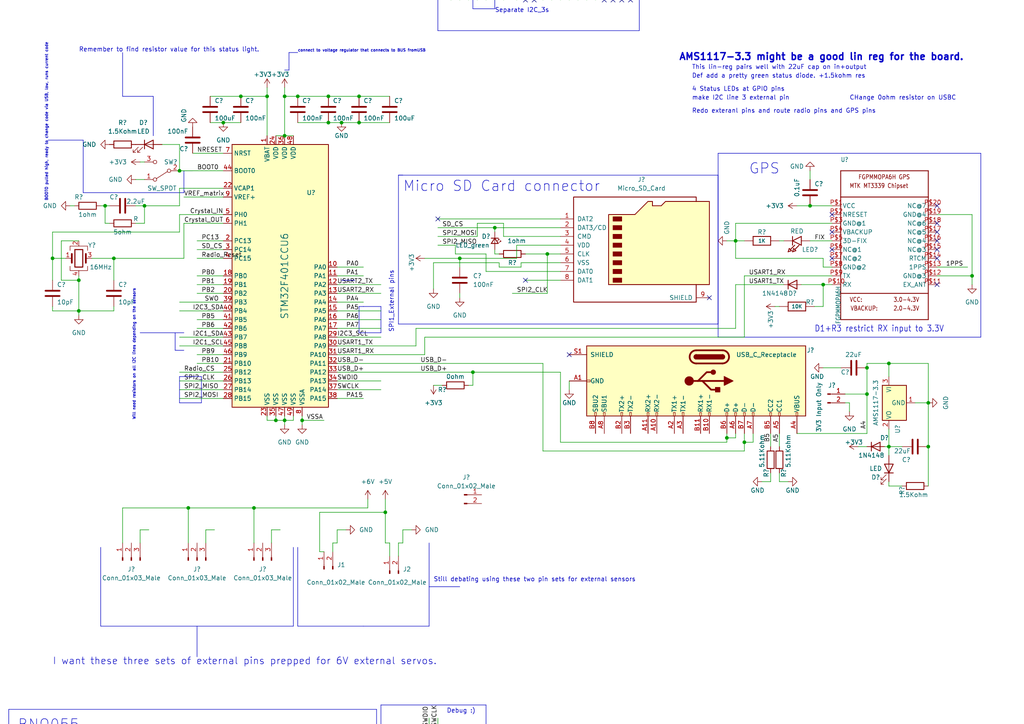
<source format=kicad_sch>
(kicad_sch (version 20230121) (generator eeschema)
  (paper "A4")
  (junction (at 15.24 74.93))
  (junction (at 50.8 228.6))
  (junction (at 41.91 -22.86))
  (junction (at 86.36 27.94))
  (junction (at 269.24 116.84))
  (junction (at 39.37 -81.28))
  (junction (at 85.09 -76.2))
  (junction (at 58.42 -10.16))
  (junction (at 492.76 104.14))
  (junction (at 215.9 128.27))
  (junction (at 405.13 83.82))
  (junction (at 238.76 82.55))
  (junction (at 142.24 236.22))
  (junction (at 421.64 110.49))
  (junction (at 440.69 55.88))
  (junction (at 397.51 45.72))
  (junction (at 87.63 121.92))
  (junction (at 330.2 26.67))
  (junction (at 251.46 114.3))
  (junction (at 128.27 264.16))
  (junction (at 142.24 245.11))
  (junction (at 421.64 55.88))
  (junction (at 447.04 104.14))
  (junction (at 30.48 59.69))
  (junction (at 281.94 80.01))
  (junction (at 447.04 76.2))
  (junction (at 137.16 107.95))
  (junction (at 82.55 121.92))
  (junction (at 251.46 106.68))
  (junction (at 82.55 39.37))
  (junction (at 64.77 35.56))
  (junction (at 472.44 38.1))
  (junction (at 412.75 60.96))
  (junction (at 52.07 49.53))
  (junction (at 73.66 147.32))
  (junction (at 104.14 27.94))
  (junction (at 85.09 -46.99))
  (junction (at 257.81 105.41))
  (junction (at 41.91 -52.07))
  (junction (at 22.86 90.17))
  (junction (at 471.17 93.98))
  (junction (at 58.42 -68.58))
  (junction (at 73.66 -76.2))
  (junction (at 443.23 76.2))
  (junction (at 337.82 53.34))
  (junction (at 77.47 27.94))
  (junction (at 405.13 100.33))
  (junction (at 405.13 110.49))
  (junction (at 54.61 147.32))
  (junction (at 33.02 74.93))
  (junction (at 50.8 236.22))
  (junction (at 327.66 72.39))
  (junction (at 397.51 53.34))
  (junction (at 41.91 -81.28))
  (junction (at 133.35 74.93))
  (junction (at 133.35 236.22))
  (junction (at 71.12 243.84))
  (junction (at 69.85 27.94))
  (junction (at 443.23 63.5))
  (junction (at 71.12 256.54))
  (junction (at 312.42 41.91))
  (junction (at 440.69 49.53))
  (junction (at 448.31 38.1))
  (junction (at 257.81 129.54))
  (junction (at 111.76 148.59))
  (junction (at 85.09 -17.78))
  (junction (at 22.86 81.28))
  (junction (at 158.75 73.66))
  (junction (at 80.01 121.92))
  (junction (at 353.06 72.39))
  (junction (at 73.66 -68.58))
  (junction (at 412.75 68.58))
  (junction (at 95.25 27.94))
  (junction (at 143.51 66.04))
  (junction (at 339.09 80.01))
  (junction (at 447.04 63.5))
  (junction (at 234.95 59.69))
  (junction (at 41.91 59.69))
  (junction (at 414.02 120.65))
  (junction (at 58.42 -39.37))
  (junction (at 73.66 -10.16))
  (junction (at 269.24 129.54))
  (junction (at 82.55 27.94))
  (junction (at 73.66 -39.37))
  (junction (at 73.66 -46.99))
  (junction (at 210.82 127))
  (junction (at 440.69 45.72))
  (junction (at 86.36 250.19))
  (junction (at 213.36 69.85))
  (junction (at 50.8 276.86))
  (junction (at 397.51 41.91))
  (junction (at 471.17 104.14))
  (junction (at 104.14 35.56))
  (junction (at 471.17 76.2))
  (junction (at 73.66 -17.78))
  (junction (at 95.25 35.56))
  (junction (at 99.06 35.56))
  (junction (at 128.27 260.35))
  (junction (at 39.37 -52.07))
  (no_connect (at 358.14 34.29))
  (no_connect (at 241.3 62.23))
  (no_connect (at 271.78 74.93))
  (no_connect (at 271.78 64.77))
  (no_connect (at 154.94 0))
  (no_connect (at 180.34 0))
  (no_connect (at 182.88 0))
  (no_connect (at 175.26 0))
  (no_connect (at 177.8 0))
  (no_connect (at 271.78 67.31))
  (no_connect (at 241.3 74.93))
  (no_connect (at 358.14 60.96))
  (no_connect (at 271.78 82.55))
  (no_connect (at 205.74 86.36))
  (no_connect (at 241.3 72.39))
  (no_connect (at 165.1 102.87))
  (no_connect (at 271.78 72.39))
  (no_connect (at 127 63.5))
  (no_connect (at 271.78 59.69))
  (no_connect (at 271.78 69.85))
  (no_connect (at 152.4 81.28))
  (no_connect (at 241.3 67.31))
  (no_connect (at 152.4 0))
  (no_connect (at 358.14 38.1))
  (wire (pts (xy 472.44 30.48) (xy 472.44 38.1)))
  (wire (pts (xy 95.25 35.56) (xy 99.06 35.56)))
  (wire (pts (xy 257.81 139.7) (xy 257.81 140.97)))
  (wire (pts (xy 104.14 35.56) (xy 113.03 35.56)))
  (wire (pts (xy 246.38 116.84) (xy 246.38 119.38)))
  (polyline (pts (xy 110.49 96.52) (xy 104.14 96.52)))
  (polyline (pts (xy 110.49 88.9) (xy 110.49 96.52)))
  (wire (pts (xy 26.67 264.16) (xy 38.1 264.16)))
  (wire (pts (xy 25.4 -78.74) (xy 25.4 -74.93)))
  (wire (pts (xy 123.19 74.93) (xy 133.35 74.93)))
  (wire (pts (xy 215.9 128.27) (xy 218.44 128.27)))
  (polyline (pts (xy 35.56 15.24) (xy 35.56 27.94)))
  (wire (pts (xy 119.38 260.35) (xy 120.65 260.35)))
  (wire (pts (xy 55.88 274.32) (xy 55.88 276.86)))
  (wire (pts (xy 121.92 271.78) (xy 133.35 271.78)))
  (polyline (pts (xy 24.13 40.64) (xy 24.13 55.88)))
  (polyline (pts (xy 140.97 220.98) (xy 110.49 220.98)))
  (wire (pts (xy 213.36 127) (xy 213.36 125.73)))
  (wire (pts (xy 339.09 80.01) (xy 339.09 83.82)))
  (wire (pts (xy 143.51 73.66) (xy 144.78 73.66)))
  (wire (pts (xy 257.81 140.97) (xy 261.62 140.97)))
  (polyline (pts (xy 161.29 247.65) (xy 109.22 247.65)))
  (wire (pts (xy 57.15 85.09) (xy 64.77 85.09)))
  (wire (pts (xy 236.22 88.9) (xy 238.76 88.9)))
  (wire (pts (xy 256.54 129.54) (xy 257.81 129.54)))
  (wire (pts (xy 232.41 82.55) (xy 238.76 82.55)))
  (wire (pts (xy 231.14 125.73) (xy 251.46 125.73)))
  (wire (pts (xy 97.79 157.48) (xy 97.79 153.67)))
  (wire (pts (xy 463.55 63.5) (xy 471.17 63.5)))
  (wire (pts (xy 506.73 104.14) (xy 511.81 104.14)))
  (wire (pts (xy 234.95 49.53) (xy 234.95 52.07)))
  (wire (pts (xy 64.77 54.61) (xy 52.07 54.61)))
  (wire (pts (xy 82.55 123.19) (xy 82.55 121.92)))
  (wire (pts (xy 312.42 50.8) (xy 312.42 52.07)))
  (wire (pts (xy 82.55 27.94) (xy 86.36 27.94)))
  (wire (pts (xy 20.32 59.69) (xy 21.59 59.69)))
  (wire (pts (xy 137.16 111.76) (xy 137.16 107.95)))
  (wire (pts (xy 238.76 82.55) (xy 241.3 82.55)))
  (polyline (pts (xy 50.8 101.6) (xy 50.8 96.52)))
  (wire (pts (xy 238.76 88.9) (xy 238.76 82.55)))
  (wire (pts (xy 82.55 -17.78) (xy 85.09 -17.78)))
  (wire (pts (xy 39.37 59.69) (xy 41.91 59.69)))
  (wire (pts (xy 152.4 -6.35) (xy 152.4 0)))
  (wire (pts (xy 447.04 86.36) (xy 447.04 76.2)))
  (wire (pts (xy 172.72 -6.35) (xy 172.72 0)))
  (wire (pts (xy 52.07 113.03) (xy 64.77 113.03)))
  (wire (pts (xy 345.44 49.53) (xy 358.14 49.53)))
  (polyline (pts (xy 82.55 20.32) (xy 83.82 20.32)))
  (wire (pts (xy 73.66 -17.78) (xy 73.66 -15.24)))
  (wire (pts (xy 165.1 -6.35) (xy 165.1 0)))
  (wire (pts (xy 471.17 104.14) (xy 471.17 101.6)))
  (wire (pts (xy 269.24 116.84) (xy 269.24 129.54)))
  (wire (pts (xy 15.24 74.93) (xy 15.24 81.28)))
  (wire (pts (xy 215.9 80.01) (xy 215.9 97.79)))
  (polyline (pts (xy 13.97 40.64) (xy 24.13 40.64)))
  (wire (pts (xy 492.76 115.57) (xy 492.76 118.11)))
  (wire (pts (xy 85.09 -17.78) (xy 85.09 -15.24)))
  (polyline (pts (xy 104.14 96.52) (xy 104.14 88.9)))
  (wire (pts (xy 133.35 74.93) (xy 133.35 77.47)))
  (wire (pts (xy 143.51 -6.35) (xy 143.51 0)))
  (wire (pts (xy 52.07 87.63) (xy 64.77 87.63)))
  (wire (pts (xy 226.06 139.7) (xy 228.6 139.7)))
  (wire (pts (xy 73.66 -10.16) (xy 85.09 -10.16)))
  (wire (pts (xy 414.02 120.65) (xy 421.64 120.65)))
  (wire (pts (xy 492.76 104.14) (xy 494.03 104.14)))
  (wire (pts (xy 125.73 76.2) (xy 125.73 83.82)))
  (polyline (pts (xy 176.53 287.02) (xy 175.26 287.02)))
  (polyline (pts (xy 302.26 -2.54) (xy 302.26 128.27)))
  (polyline (pts (xy 143.51 -1.27) (xy 143.51 2.54)))
  (wire (pts (xy 68.58 243.84) (xy 71.12 243.84)))
  (wire (pts (xy 405.13 83.82) (xy 405.13 85.09)))
  (wire (pts (xy 146.05 68.58) (xy 146.05 64.77)))
  (wire (pts (xy 358.14 26.67) (xy 330.2 26.67)))
  (wire (pts (xy 71.12 -76.2) (xy 73.66 -76.2)))
  (wire (pts (xy 435.61 80.01) (xy 435.61 93.98)))
  (wire (pts (xy 417.83 53.34) (xy 417.83 55.88)))
  (wire (pts (xy 77.47 121.92) (xy 80.01 121.92)))
  (wire (pts (xy 251.46 106.68) (xy 251.46 105.41)))
  (wire (pts (xy 257.81 124.46) (xy 257.81 129.54)))
  (wire (pts (xy 52.07 110.49) (xy 64.77 110.49)))
  (wire (pts (xy 327.66 72.39) (xy 327.66 74.93)))
  (wire (pts (xy 124.46 208.28) (xy 124.46 213.36)))
  (wire (pts (xy 50.8 274.32) (xy 50.8 276.86)))
  (wire (pts (xy 116.84 157.48) (xy 116.84 153.67)))
  (wire (pts (xy 39.37 -22.86) (xy 41.91 -22.86)))
  (wire (pts (xy 257.81 109.22) (xy 257.81 105.41)))
  (wire (pts (xy 223.52 137.16) (xy 223.52 139.7)))
  (wire (pts (xy 220.98 139.7) (xy 223.52 139.7)))
  (wire (pts (xy 25.4 236.22) (xy 25.4 242.57)))
  (wire (pts (xy 77.47 27.94) (xy 77.47 39.37)))
  (wire (pts (xy 77.47 25.4) (xy 77.47 27.94)))
  (wire (pts (xy 238.76 77.47) (xy 238.76 74.93)))
  (wire (pts (xy 22.86 90.17) (xy 33.02 90.17)))
  (wire (pts (xy 440.69 45.72) (xy 440.69 49.53)))
  (wire (pts (xy 111.76 144.78) (xy 111.76 148.59)))
  (wire (pts (xy 245.11 114.3) (xy 251.46 114.3)))
  (wire (pts (xy 128.27 256.54) (xy 128.27 260.35)))
  (wire (pts (xy 57.15 92.71) (xy 64.77 92.71)))
  (wire (pts (xy 162.56 76.2) (xy 151.13 76.2)))
  (wire (pts (xy 393.7 83.82) (xy 405.13 83.82)))
  (wire (pts (xy 157.48 105.41) (xy 157.48 130.81)))
  (wire (pts (xy 393.7 76.2) (xy 443.23 76.2)))
  (wire (pts (xy 77.47 120.65) (xy 77.47 121.92)))
  (wire (pts (xy 55.88 276.86) (xy 50.8 276.86)))
  (wire (pts (xy 491.49 104.14) (xy 492.76 104.14)))
  (wire (pts (xy 210.82 69.85) (xy 213.36 69.85)))
  (wire (pts (xy 123.19 97.79) (xy 123.19 102.87)))
  (wire (pts (xy 41.91 -81.28) (xy 45.72 -81.28)))
  (wire (pts (xy 453.39 33.02) (xy 462.28 33.02)))
  (wire (pts (xy 358.14 68.58) (xy 353.06 68.58)))
  (wire (pts (xy 73.66 147.32) (xy 73.66 157.48)))
  (polyline (pts (xy 105.41 -95.25) (xy 105.41 -1.27)))
  (wire (pts (xy 336.55 53.34) (xy 337.82 53.34)))
  (wire (pts (xy 73.66 -76.2) (xy 74.93 -76.2)))
  (wire (pts (xy 154.94 -6.35) (xy 154.94 0)))
  (wire (pts (xy 35.56 147.32) (xy 35.56 157.48)))
  (wire (pts (xy 26.67 261.62) (xy 38.1 261.62)))
  (wire (pts (xy 39.37 52.07) (xy 41.91 52.07)))
  (wire (pts (xy 24.13 -81.28) (xy 39.37 -81.28)))
  (wire (pts (xy 85.09 -46.99) (xy 85.09 -44.45)))
  (wire (pts (xy 138.43 64.77) (xy 146.05 64.77)))
  (polyline (pts (xy 52.07 109.22) (xy 58.42 109.22)))
  (wire (pts (xy 397.51 45.72) (xy 397.51 53.34)))
  (wire (pts (xy 58.42 -68.58) (xy 58.42 -67.31)))
  (wire (pts (xy 58.42 -12.7) (xy 58.42 -10.16)))
  (wire (pts (xy 58.42 -10.16) (xy 58.42 -8.89)))
  (wire (pts (xy 327.66 66.04) (xy 327.66 72.39)))
  (wire (pts (xy 447.04 76.2) (xy 443.23 76.2)))
  (wire (pts (xy 15.24 88.9) (xy 15.24 90.17)))
  (polyline (pts (xy 109.22 220.98) (xy 109.22 247.65)))
  (wire (pts (xy 92.71 148.59) (xy 111.76 148.59)))
  (wire (pts (xy 85.09 120.65) (xy 85.09 121.92)))
  (wire (pts (xy 82.55 -46.99) (xy 85.09 -46.99)))
  (polyline (pts (xy 525.78 -2.54) (xy 525.78 128.27)))
  (wire (pts (xy 152.4 81.28) (xy 162.56 81.28)))
  (wire (pts (xy 441.96 104.14) (xy 447.04 104.14)))
  (wire (pts (xy 448.31 34.29) (xy 448.31 38.1)))
  (wire (pts (xy 393.7 34.29) (xy 448.31 34.29)))
  (wire (pts (xy 215.9 128.27) (xy 215.9 125.73)))
  (wire (pts (xy 25.4 250.19) (xy 25.4 254)))
  (wire (pts (xy 87.63 120.65) (xy 87.63 121.92)))
  (polyline (pts (xy 105.41 88.9) (xy 110.49 88.9)))
  (polyline (pts (xy 137.16 -1.27) (xy 143.51 -1.27)))
  (wire (pts (xy 140.97 78.74) (xy 162.56 78.74)))
  (polyline (pts (xy 306.07 137.16) (xy 306.07 214.63)))
  (wire (pts (xy 133.35 276.86) (xy 130.81 276.86)))
  (wire (pts (xy 337.82 55.88) (xy 337.82 53.34)))
  (wire (pts (xy 397.51 41.91) (xy 397.51 45.72)))
  (wire (pts (xy 58.42 -39.37) (xy 73.66 -39.37)))
  (wire (pts (xy 405.13 110.49) (xy 398.78 110.49)))
  (wire (pts (xy 133.35 236.22) (xy 142.24 236.22)))
  (wire (pts (xy 151.13 245.11) (xy 152.4 245.11)))
  (wire (pts (xy 312.42 41.91) (xy 358.14 41.91)))
  (polyline (pts (xy 176.53 247.65) (xy 176.53 287.02)))
  (wire (pts (xy 127 66.04) (xy 143.51 66.04)))
  (wire (pts (xy 97.79 77.47) (xy 105.41 77.47)))
  (wire (pts (xy 97.79 90.17) (xy 110.49 90.17)))
  (polyline (pts (xy 58.42 116.84) (xy 52.07 116.84)))
  (wire (pts (xy 146.05 68.58) (xy 162.56 68.58)))
  (wire (pts (xy 73.66 -46.99) (xy 73.66 -44.45)))
  (wire (pts (xy 213.36 64.77) (xy 241.3 64.77)))
  (wire (pts (xy 133.35 236.22) (xy 133.35 237.49)))
  (wire (pts (xy 429.26 83.82) (xy 429.26 104.14)))
  (wire (pts (xy 447.04 114.3) (xy 447.04 104.14)))
  (wire (pts (xy 99.06 35.56) (xy 104.14 35.56)))
  (wire (pts (xy 405.13 83.82) (xy 429.26 83.82)))
  (polyline (pts (xy 35.56 27.94) (xy 44.45 27.94)))
  (wire (pts (xy 97.79 82.55) (xy 110.49 82.55)))
  (wire (pts (xy 44.45 -39.37) (xy 58.42 -39.37)))
  (wire (pts (xy 417.83 55.88) (xy 421.64 55.88)))
  (wire (pts (xy 177.8 -6.35) (xy 177.8 0)))
  (wire (pts (xy 58.42 -39.37) (xy 58.42 -38.1)))
  (wire (pts (xy 22.86 90.17) (xy 22.86 91.44)))
  (wire (pts (xy 165.1 113.03) (xy 165.1 110.49)))
  (wire (pts (xy 85.09 121.92) (xy 82.55 121.92)))
  (wire (pts (xy 248.92 129.54) (xy 251.46 129.54)))
  (wire (pts (xy 97.79 157.48) (xy 96.52 157.48)))
  (wire (pts (xy 281.94 62.23) (xy 281.94 80.01)))
  (wire (pts (xy 393.7 49.53) (xy 407.67 49.53)))
  (wire (pts (xy 59.69 153.67) (xy 62.23 153.67)))
  (wire (pts (xy 35.56 147.32) (xy 54.61 147.32)))
  (wire (pts (xy 218.44 128.27) (xy 218.44 125.73)))
  (wire (pts (xy 158.75 73.66) (xy 158.75 85.09)))
  (wire (pts (xy 78.74 157.48) (xy 78.74 153.67)))
  (wire (pts (xy 82.55 243.84) (xy 86.36 243.84)))
  (wire (pts (xy 471.17 76.2) (xy 471.17 80.01)))
  (wire (pts (xy 157.48 130.81) (xy 215.9 130.81)))
  (wire (pts (xy 71.12 -81.28) (xy 85.09 -81.28)))
  (wire (pts (xy 440.69 49.53) (xy 440.69 55.88)))
  (wire (pts (xy 170.18 -6.35) (xy 170.18 0)))
  (wire (pts (xy 421.64 55.88) (xy 427.99 55.88)))
  (wire (pts (xy 129.54 236.22) (xy 133.35 236.22)))
  (wire (pts (xy 140.97 78.74) (xy 140.97 73.66)))
  (wire (pts (xy 405.13 100.33) (xy 421.64 100.33)))
  (wire (pts (xy 414.02 120.65) (xy 414.02 123.19)))
  (wire (pts (xy 60.96 35.56) (xy 64.77 35.56)))
  (polyline (pts (xy 143.51 2.54) (xy 137.16 2.54)))
  (polyline (pts (xy 115.57 50.8) (xy 116.84 50.8)))
  (wire (pts (xy 226.06 139.7) (xy 226.06 137.16)))
  (wire (pts (xy 85.09 -76.2) (xy 92.71 -76.2)))
  (wire (pts (xy 234.95 69.85) (xy 241.3 69.85)))
  (wire (pts (xy 54.61 147.32) (xy 73.66 147.32)))
  (wire (pts (xy 133.35 74.93) (xy 149.86 74.93)))
  (wire (pts (xy 149.86 71.12) (xy 149.86 74.93)))
  (polyline (pts (xy 110.49 204.47) (xy 140.97 204.47)))
  (wire (pts (xy 80.01 120.65) (xy 80.01 121.92)))
  (wire (pts (xy 327.66 83.82) (xy 327.66 82.55)))
  (wire (pts (xy 93.98 264.16) (xy 96.52 264.16)))
  (wire (pts (xy 151.13 76.2) (xy 151.13 77.47)))
  (wire (pts (xy 80.01 269.24) (xy 81.28 269.24)))
  (polyline (pts (xy 109.22 247.65) (xy 109.22 287.02)))
  (wire (pts (xy 393.7 68.58) (xy 396.24 68.58)))
  (wire (pts (xy 52.07 115.57) (xy 64.77 115.57)))
  (wire (pts (xy 337.82 53.34) (xy 358.14 53.34)))
  (wire (pts (xy 175.26 -6.35) (xy 175.26 0)))
  (wire (pts (xy 97.79 115.57) (xy 105.41 115.57)))
  (wire (pts (xy 44.45 -76.2) (xy 44.45 -68.58)))
  (wire (pts (xy 44.45 -17.78) (xy 44.45 -10.16)))
  (wire (pts (xy 130.81 -6.35) (xy 130.81 0)))
  (wire (pts (xy 133.35 86.36) (xy 133.35 85.09)))
  (wire (pts (xy 312.42 41.91) (xy 312.42 43.18)))
  (wire (pts (xy 52.07 90.17) (xy 64.77 90.17)))
  (polyline (pts (xy 99.06 81.28) (xy 102.87 81.28)))
  (wire (pts (xy 142.24 245.11) (xy 143.51 245.11)))
  (wire (pts (xy 57.15 95.25) (xy 64.77 95.25)))
  (wire (pts (xy 152.4 73.66) (xy 158.75 73.66)))
  (wire (pts (xy 133.35 266.7) (xy 128.27 266.7)))
  (wire (pts (xy 73.66 -39.37) (xy 85.09 -39.37)))
  (wire (pts (xy 115.57 157.48) (xy 116.84 157.48)))
  (wire (pts (xy 120.65 212.09) (xy 121.92 212.09)))
  (wire (pts (xy 97.79 105.41) (xy 157.48 105.41)))
  (wire (pts (xy 330.2 35.56) (xy 330.2 36.83)))
  (wire (pts (xy 435.61 63.5) (xy 443.23 63.5)))
  (wire (pts (xy 85.09 -46.99) (xy 92.71 -46.99)))
  (wire (pts (xy 73.66 147.32) (xy 106.68 147.32)))
  (wire (pts (xy 421.64 54.61) (xy 421.64 55.88)))
  (wire (pts (xy 271.78 80.01) (xy 281.94 80.01)))
  (wire (pts (xy 64.77 62.23) (xy 52.07 62.23)))
  (wire (pts (xy 447.04 104.14) (xy 452.12 104.14)))
  (wire (pts (xy 421.64 109.22) (xy 421.64 110.49)))
  (polyline (pts (xy 140.97 204.47) (xy 140.97 220.98)))
  (wire (pts (xy 52.07 100.33) (xy 64.77 100.33)))
  (wire (pts (xy 215.9 97.79) (xy 123.19 97.79)))
  (polyline (pts (xy 124.46 170.18) (xy 133.35 170.18)))
  (wire (pts (xy 143.51 66.04) (xy 162.56 66.04)))
  (polyline (pts (xy 83.82 15.24) (xy 83.82 20.32)))
  (polyline (pts (xy 2.54 287.02) (xy 109.22 287.02)))
  (wire (pts (xy 440.69 55.88) (xy 440.69 57.15)))
  (wire (pts (xy 50.8 224.79) (xy 50.8 228.6)))
  (wire (pts (xy 57.15 74.93) (xy 64.77 74.93)))
  (wire (pts (xy 127 68.58) (xy 138.43 68.58)))
  (wire (pts (xy 41.91 59.69) (xy 41.91 64.77)))
  (wire (pts (xy 38.1 254) (xy 25.4 254)))
  (wire (pts (xy 327.66 72.39) (xy 353.06 72.39)))
  (wire (pts (xy 57.15 80.01) (xy 64.77 80.01)))
  (wire (pts (xy 73.66 -46.99) (xy 74.93 -46.99)))
  (wire (pts (xy 50.8 236.22) (xy 55.88 236.22)))
  (wire (pts (xy 121.92 274.32) (xy 133.35 274.32)))
  (wire (pts (xy 393.7 64.77) (xy 408.94 64.77)))
  (wire (pts (xy 86.36 27.94) (xy 95.25 27.94)))
  (polyline (pts (xy 306.07 137.16) (xy 457.2 137.16)))
  (wire (pts (xy 435.61 55.88) (xy 440.69 55.88)))
  (wire (pts (xy 45.72 -76.2) (xy 44.45 -76.2)))
  (wire (pts (xy 29.21 59.69) (xy 30.48 59.69)))
  (wire (pts (xy 425.45 38.1) (xy 440.69 38.1)))
  (wire (pts (xy 71.12 -46.99) (xy 73.66 -46.99)))
  (wire (pts (xy 471.17 114.3) (xy 471.17 104.14)))
  (wire (pts (xy 466.09 38.1) (xy 472.44 38.1)))
  (wire (pts (xy 464.82 104.14) (xy 471.17 104.14)))
  (wire (pts (xy 116.84 153.67) (xy 119.38 153.67)))
  (wire (pts (xy 130.81 276.86) (xy 130.81 279.4)))
  (wire (pts (xy 71.12 -52.07) (xy 85.09 -52.07)))
  (wire (pts (xy 213.36 82.55) (xy 213.36 95.25)))
  (wire (pts (xy 97.79 92.71) (xy 110.49 92.71)))
  (polyline (pts (xy 86.36 181.61) (xy 105.41 181.61)))
  (polyline (pts (xy 85.09 158.75) (xy 85.09 181.61)))
  (wire (pts (xy 57.15 72.39) (xy 64.77 72.39)))
  (wire (pts (xy 393.7 26.67) (xy 402.59 26.67)))
  (wire (pts (xy 345.44 64.77) (xy 358.14 64.77)))
  (wire (pts (xy 57.15 102.87) (xy 64.77 102.87)))
  (wire (pts (xy 353.06 95.25) (xy 353.06 96.52)))
  (wire (pts (xy 447.04 63.5) (xy 450.85 63.5)))
  (wire (pts (xy 339.09 80.01) (xy 358.14 80.01)))
  (wire (pts (xy 238.76 74.93) (xy 213.36 74.93)))
  (wire (pts (xy 448.31 45.72) (xy 448.31 46.99)))
  (wire (pts (xy 231.14 59.69) (xy 234.95 59.69)))
  (wire (pts (xy 93.98 266.7) (xy 97.79 266.7)))
  (wire (pts (xy 74.93 256.54) (xy 71.12 256.54)))
  (polyline (pts (xy 86.36 15.24) (xy 83.82 15.24)))
  (wire (pts (xy 142.24 234.95) (xy 142.24 236.22)))
  (wire (pts (xy 461.01 76.2) (xy 471.17 76.2)))
  (wire (pts (xy 345.44 57.15) (xy 358.14 57.15)))
  (wire (pts (xy 82.55 39.37) (xy 85.09 39.37)))
  (wire (pts (xy 40.64 157.48) (xy 40.64 153.67)))
  (wire (pts (xy 57.15 69.85) (xy 64.77 69.85)))
  (polyline (pts (xy 5.08 -95.25) (xy 105.41 -95.25)))
  (wire (pts (xy 257.81 105.41) (xy 269.24 105.41)))
  (wire (pts (xy 44.45 -10.16) (xy 58.42 -10.16)))
  (wire (pts (xy 142.24 243.84) (xy 142.24 245.11)))
  (wire (pts (xy 330.2 26.67) (xy 330.2 24.13)))
  (wire (pts (xy 127 63.5) (xy 162.56 63.5)))
  (wire (pts (xy 137.16 107.95) (xy 162.56 107.95)))
  (wire (pts (xy 57.15 82.55) (xy 64.77 82.55)))
  (wire (pts (xy 44.45 -46.99) (xy 44.45 -39.37)))
  (wire (pts (xy 39.37 64.77) (xy 41.91 64.77)))
  (wire (pts (xy 50.8 228.6) (xy 50.8 236.22)))
  (wire (pts (xy 52.07 49.53) (xy 64.77 49.53)))
  (wire (pts (xy 39.37 -52.07) (xy 41.91 -52.07)))
  (wire (pts (xy 71.12 -22.86) (xy 85.09 -22.86)))
  (wire (pts (xy 227.33 82.55) (xy 213.36 82.55)))
  (wire (pts (xy 68.58 256.54) (xy 71.12 256.54)))
  (polyline (pts (xy 128.27 -19.05) (xy 185.42 -19.05)))
  (wire (pts (xy 53.34 64.77) (xy 53.34 74.93)))
  (wire (pts (xy 50.8 276.86) (xy 50.8 279.4)))
  (wire (pts (xy 257.81 129.54) (xy 261.62 129.54)))
  (wire (pts (xy 215.9 69.85) (xy 213.36 69.85)))
  (wire (pts (xy 15.24 90.17) (xy 22.86 90.17)))
  (wire (pts (xy 44.45 -68.58) (xy 58.42 -68.58)))
  (wire (pts (xy 162.56 -6.35) (xy 162.56 0)))
  (polyline (pts (xy 208.28 93.98) (xy 115.57 93.98)))
  (wire (pts (xy 393.7 30.48) (xy 472.44 30.48)))
  (polyline (pts (xy 109.22 205.74) (xy 2.54 205.74)))
  (wire (pts (xy 85.09 -81.28) (xy 85.09 -76.2)))
  (wire (pts (xy 241.3 80.01) (xy 215.9 80.01)))
  (wire (pts (xy 129.54 212.09) (xy 130.81 212.09)))
  (wire (pts (xy 128.27 260.35) (xy 128.27 264.16)))
  (wire (pts (xy 57.15 105.41) (xy 64.77 105.41)))
  (wire (pts (xy 41.91 59.69) (xy 52.07 59.69)))
  (wire (pts (xy 429.26 104.14) (xy 434.34 104.14)))
  (wire (pts (xy 330.2 26.67) (xy 330.2 27.94)))
  (wire (pts (xy 450.85 86.36) (xy 447.04 86.36)))
  (wire (pts (xy 251.46 105.41) (xy 257.81 105.41)))
  (wire (pts (xy 33.02 74.93) (xy 33.02 81.28)))
  (wire (pts (xy 104.14 27.94) (xy 113.03 27.94)))
  (wire (pts (xy 471.17 104.14) (xy 478.79 104.14)))
  (wire (pts (xy 45.72 -46.99) (xy 44.45 -46.99)))
  (wire (pts (xy 71.12 -17.78) (xy 73.66 -17.78)))
  (wire (pts (xy 86.36 256.54) (xy 82.55 256.54)))
  (polyline (pts (xy 40.64 96.52) (xy 50.8 96.52)))
  (wire (pts (xy 162.56 107.95) (xy 162.56 128.27)))
  (wire (pts (xy 73.66 -68.58) (xy 85.09 -68.58)))
  (wire (pts (xy 238.76 77.47) (xy 241.3 77.47)))
  (wire (pts (xy 405.13 120.65) (xy 414.02 120.65)))
  (polyline (pts (xy 137.16 -1.27) (xy 137.16 2.54)))
  (wire (pts (xy 31.75 64.77) (xy 30.48 64.77)))
  (polyline (pts (xy 104.14 88.9) (xy 105.41 88.9)))
  (wire (pts (xy 55.88 44.45) (xy 64.77 44.45)))
  (wire (pts (xy 41.91 -52.07) (xy 45.72 -52.07)))
  (polyline (pts (xy 5.08 -95.25) (xy 5.08 -1.27)))
  (wire (pts (xy 68.58 266.7) (xy 86.36 266.7)))
  (wire (pts (xy 58.42 -68.58) (xy 73.66 -68.58)))
  (wire (pts (xy 435.61 72.39) (xy 393.7 72.39)))
  (wire (pts (xy 15.24 269.24) (xy 15.24 274.32)))
  (wire (pts (xy 15.24 74.93) (xy 19.05 74.93)))
  (wire (pts (xy 146.05 -6.35) (xy 146.05 0)))
  (wire (pts (xy 97.79 80.01) (xy 105.41 80.01)))
  (polyline (pts (xy 50.8 101.6) (xy 53.34 101.6)))
  (wire (pts (xy 224.79 88.9) (xy 226.06 88.9)))
  (wire (pts (xy 138.43 64.77) (xy 138.43 68.58)))
  (wire (pts (xy 472.44 45.72) (xy 472.44 46.99)))
  (polyline (pts (xy 29.21 158.75) (xy 29.21 181.61)))
  (wire (pts (xy 138.43 245.11) (xy 142.24 245.11)))
  (wire (pts (xy 339.09 91.44) (xy 339.09 92.71)))
  (wire (pts (xy 421.64 101.6) (xy 421.64 100.33)))
  (polyline (pts (xy 52.07 109.22) (xy 52.07 116.84)))
  (wire (pts (xy 60.96 27.94) (xy 69.85 27.94)))
  (wire (pts (xy 39.37 -81.28) (xy 41.91 -81.28)))
  (polyline (pts (xy 284.48 44.45) (xy 284.48 97.79)))
  (wire (pts (xy 97.79 100.33) (xy 120.65 100.33)))
  (wire (pts (xy 30.48 59.69) (xy 31.75 59.69)))
  (wire (pts (xy 15.24 67.31) (xy 15.24 74.93)))
  (wire (pts (xy 85.09 -76.2) (xy 85.09 -73.66)))
  (wire (pts (xy 412.75 59.69) (xy 412.75 60.96)))
  (wire (pts (xy 327.66 45.72) (xy 358.14 45.72)))
  (wire (pts (xy 22.86 80.01) (xy 22.86 81.28)))
  (wire (pts (xy 269.24 105.41) (xy 269.24 116.84)))
  (wire (pts (xy 55.88 236.22) (xy 55.88 238.76)))
  (wire (pts (xy 269.24 129.54) (xy 269.24 140.97)))
  (wire (pts (xy 96.52 157.48) (xy 96.52 160.02)))
  (wire (pts (xy 265.43 116.84) (xy 269.24 116.84)))
  (wire (pts (xy 26.67 269.24) (xy 38.1 269.24)))
  (wire (pts (xy 462.28 114.3) (xy 471.17 114.3)))
  (polyline (pts (xy 29.21 181.61) (xy 85.09 181.61)))
  (wire (pts (xy 138.43 -6.35) (xy 138.43 0)))
  (wire (pts (xy 213.36 69.85) (xy 213.36 74.93)))
  (wire (pts (xy 447.04 63.5) (xy 443.23 63.5)))
  (wire (pts (xy 132.08 73.66) (xy 132.08 71.12)))
  (wire (pts (xy 133.35 264.16) (xy 128.27 264.16)))
  (wire (pts (xy 403.86 68.58) (xy 412.75 68.58)))
  (wire (pts (xy 30.48 64.77) (xy 30.48 59.69)))
  (wire (pts (xy 447.04 53.34) (xy 447.04 63.5)))
  (polyline (pts (xy 115.57 50.8) (xy 208.28 50.8)))
  (wire (pts (xy 53.34 64.77) (xy 64.77 64.77)))
  (wire (pts (xy 227.33 69.85) (xy 226.06 69.85)))
  (wire (pts (xy 210.82 128.27) (xy 210.82 127)))
  (wire (pts (xy 327.66 53.34) (xy 327.66 55.88)))
  (wire (pts (xy 435.61 63.5) (xy 435.61 72.39)))
  (wire (pts (xy 421.64 110.49) (xy 421.64 113.03)))
  (wire (pts (xy 412.75 68.58) (xy 419.1 68.58)))
  (wire (pts (xy 405.13 110.49) (xy 421.64 110.49)))
  (wire (pts (xy 73.66 -17.78) (xy 74.93 -17.78)))
  (polyline (pts (xy 105.41 -1.27) (xy 5.08 -1.27)))
  (wire (pts (xy 358.14 76.2) (xy 353.06 76.2)))
  (wire (pts (xy 397.51 21.59) (xy 397.51 41.91)))
  (wire (pts (xy 52.07 97.79) (xy 64.77 97.79)))
  (wire (pts (xy 405.13 97.79) (xy 405.13 100.33)))
  (wire (pts (xy 180.34 -6.35) (xy 180.34 0)))
  (wire (pts (xy 160.02 -6.35) (xy 160.02 0)))
  (wire (pts (xy 223.52 129.54) (xy 223.52 125.73)))
  (wire (pts (xy 251.46 114.3) (xy 251.46 106.68)))
  (wire (pts (xy 82.55 -76.2) (xy 85.09 -76.2)))
  (wire (pts (xy 408.94 60.96) (xy 412.75 60.96)))
  (wire (pts (xy 26.67 74.93) (xy 33.02 74.93)))
  (wire (pts (xy 46.99 41.91) (xy 52.07 41.91)))
  (wire (pts (xy 162.56 128.27) (xy 210.82 128.27)))
  (wire (pts (xy 24.13 -78.74) (xy 25.4 -78.74)))
  (wire (pts (xy 140.97 -6.35) (xy 140.97 0)))
  (wire (pts (xy 140.97 73.66) (xy 132.08 73.66)))
  (wire (pts (xy 86.36 250.19) (xy 86.36 256.54)))
  (wire (pts (xy 92.71 148.59) (xy 92.71 160.02)))
  (wire (pts (xy 52.07 54.61) (xy 52.07 59.69)))
  (polyline (pts (xy 86.36 158.75) (xy 86.36 181.61)))
  (wire (pts (xy 80.01 39.37) (xy 82.55 39.37)))
  (wire (pts (xy 93.98 160.02) (xy 92.71 160.02)))
  (wire (pts (xy 17.78 266.7) (xy 38.1 266.7)))
  (wire (pts (xy 85.09 -52.07) (xy 85.09 -46.99)))
  (polyline (pts (xy 115.57 93.98) (xy 115.57 50.8)))
  (wire (pts (xy 393.7 87.63) (xy 396.24 87.63)))
  (wire (pts (xy 397.51 53.34) (xy 417.83 53.34)))
  (wire (pts (xy 271.78 77.47) (xy 280.67 77.47)))
  (wire (pts (xy 39.37 -81.28) (xy 39.37 -52.07)))
  (wire (pts (xy 158.75 73.66) (xy 162.56 73.66)))
  (wire (pts (xy 210.82 127) (xy 210.82 125.73)))
  (wire (pts (xy 22.86 81.28) (xy 22.86 90.17)))
  (wire (pts (xy 215.9 130.81) (xy 215.9 128.27)))
  (wire (pts (xy 345.44 30.48) (xy 358.14 30.48)))
  (wire (pts (xy 127 208.28) (xy 127 213.36)))
  (polyline (pts (xy 127 8.89) (xy 185.42 8.89)))
  (wire (pts (xy 27.94 243.84) (xy 38.1 243.84)))
  (wire (pts (xy 97.79 107.95) (xy 137.16 107.95)))
  (wire (pts (xy 41.91 -22.86) (xy 45.72 -22.86)))
  (wire (pts (xy 213.36 95.25) (xy 120.65 95.25)))
  (polyline (pts (xy 109.22 287.02) (xy 176.53 287.02)))
  (polyline (pts (xy 127 -19.05) (xy 127 8.89)))
  (wire (pts (xy 148.59 85.09) (xy 158.75 85.09)))
  (wire (pts (xy 393.7 57.15) (xy 398.78 57.15)))
  (wire (pts (xy 22.86 69.85) (xy 17.78 69.85)))
  (wire (pts (xy 120.65 95.25) (xy 120.65 100.33)))
  (wire (pts (xy 54.61 147.32) (xy 54.61 157.48)))
  (wire (pts (xy 97.79 97.79) (xy 110.49 97.79)))
  (wire (pts (xy 257.81 132.08) (xy 257.81 129.54)))
  (wire (pts (xy 87.63 121.92) (xy 87.63 123.19)))
  (wire (pts (xy 125.73 237.49) (xy 133.35 237.49)))
  (wire (pts (xy 73.66 -76.2) (xy 73.66 -73.66)))
  (wire (pts (xy 135.89 -6.35) (xy 135.89 0)))
  (wire (pts (xy 405.13 107.95) (xy 405.13 110.49)))
  (polyline (pts (xy 525.78 128.27) (xy 302.26 128.27)))
  (wire (pts (xy 78.74 153.67) (xy 81.28 153.67)))
  (wire (pts (xy 143.51 72.39) (xy 143.51 73.66)))
  (wire (pts (xy 97.79 85.09) (xy 110.49 85.09)))
  (wire (pts (xy 245.11 116.84) (xy 246.38 116.84)))
  (wire (pts (xy 58.42 -10.16) (xy 73.66 -10.16)))
  (polyline (pts (xy 44.45 27.94) (xy 44.45 39.37)))
  (wire (pts (xy 151.13 77.47) (xy 144.78 77.47)))
  (wire (pts (xy 353.06 72.39) (xy 358.14 72.39)))
  (wire (pts (xy 398.78 110.49) (xy 398.78 106.68)))
  (wire (pts (xy 33.02 90.17) (xy 33.02 88.9)))
  (wire (pts (xy 125.73 111.76) (xy 128.27 111.76)))
  (polyline (pts (xy 302.26 -2.54) (xy 525.78 -2.54)))
  (wire (pts (xy 469.9 53.34) (xy 469.9 57.15)))
  (wire (pts (xy 95.25 27.94) (xy 104.14 27.94)))
  (polyline (pts (xy 124.46 157.48) (xy 124.46 181.61)))
  (wire (pts (xy 462.28 43.18) (xy 462.28 46.99)))
  (wire (pts (xy 113.03 157.48) (xy 111.76 157.48)))
  (wire (pts (xy 115.57 161.29) (xy 115.57 157.48)))
  (wire (pts (xy 53.34 74.93) (xy 33.02 74.93)))
  (polyline (pts (xy 53.34 49.53) (xy 55.88 49.53)))
  (wire (pts (xy 447.04 76.2) (xy 453.39 76.2)))
  (polyline (pts (xy 284.48 97.79) (xy 208.28 97.79)))
  (wire (pts (xy 27.94 248.92) (xy 38.1 248.92)))
  (wire (pts (xy 25.4 236.22) (xy 50.8 236.22)))
  (wire (pts (xy 128.27 266.7) (xy 128.27 264.16)))
  (wire (pts (xy 106.68 144.78) (xy 106.68 147.32)))
  (polyline (pts (xy 109.22 220.98) (xy 161.29 220.98)))
  (wire (pts (xy 71.12 243.84) (xy 74.93 243.84)))
  (wire (pts (xy 393.7 41.91) (xy 397.51 41.91)))
  (wire (pts (xy 353.06 68.58) (xy 353.06 72.39)))
  (polyline (pts (xy 57.15 181.61) (xy 57.15 190.5)))
  (wire (pts (xy 52.07 107.95) (xy 64.77 107.95)))
  (wire (pts (xy 58.42 -71.12) (xy 58.42 -68.58)))
  (wire (pts (xy 448.31 38.1) (xy 458.47 38.1)))
  (wire (pts (xy 393.7 38.1) (xy 417.83 38.1)))
  (wire (pts (xy 52.07 41.91) (xy 52.07 49.53)))
  (wire (pts (xy 111.76 148.59) (xy 111.76 157.48)))
  (polyline (pts (xy 50.8 96.52) (xy 53.34 96.52)))
  (wire (pts (xy 463.55 86.36) (xy 463.55 88.9)))
  (wire (pts (xy 393.7 60.96) (xy 406.4 60.96)))
  (wire (pts (xy 15.24 67.31) (xy 52.07 67.31)))
  (wire (pts (xy 97.79 153.67) (xy 100.33 153.67)))
  (wire (pts (xy 271.78 62.23) (xy 281.94 62.23)))
  (wire (pts (xy 127 71.12) (xy 132.08 71.12)))
  (wire (pts (xy 281.94 80.01) (xy 281.94 82.55)))
  (wire (pts (xy 415.29 49.53) (xy 440.69 49.53)))
  (wire (pts (xy 41.91 -88.9) (xy 41.91 -86.36)))
  (wire (pts (xy 396.24 87.63) (xy 396.24 91.44)))
  (polyline (pts (xy 208.28 50.8) (xy 208.28 93.98)))
  (wire (pts (xy 40.64 228.6) (xy 43.18 228.6)))
  (wire (pts (xy 71.12 243.84) (xy 71.12 246.38)))
  (polyline (pts (xy 208.28 44.45) (xy 284.48 44.45)))
  (wire (pts (xy 452.12 53.34) (xy 447.04 53.34)))
  (wire (pts (xy 58.42 -41.91) (xy 58.42 -39.37)))
  (wire (pts (xy 97.79 87.63) (xy 105.41 87.63)))
  (wire (pts (xy 82.55 27.94) (xy 82.55 39.37)))
  (wire (pts (xy 405.13 110.49) (xy 405.13 113.03)))
  (wire (pts (xy 97.79 110.49) (xy 110.49 110.49)))
  (wire (pts (xy 393.7 53.34) (xy 397.51 53.34)))
  (wire (pts (xy 97.79 102.87) (xy 123.19 102.87)))
  (wire (pts (xy 97.79 95.25) (xy 110.49 95.25)))
  (wire (pts (xy 113.03 161.29) (xy 113.03 157.48)))
  (wire (pts (xy 312.42 39.37) (xy 312.42 41.91)))
  (wire (pts (xy 471.17 63.5) (xy 471.17 76.2)))
  (wire (pts (xy 50.8 236.22) (xy 50.8 238.76)))
  (wire (pts (xy 82.55 25.4) (xy 82.55 27.94)))
  (wire (pts (xy 87.63 121.92) (xy 93.98 121.92)))
  (wire (pts (xy 39.37 -52.07) (xy 39.37 -22.86)))
  (wire (pts (xy 68.58 264.16) (xy 86.36 264.16)))
  (wire (pts (xy 182.88 -6.35) (xy 182.88 0)))
  (wire (pts (xy 238.76 106.68) (xy 243.84 106.68)))
  (polyline (pts (xy 176.53 247.65) (xy 109.22 247.65)))
  (wire (pts (xy 41.91 -59.69) (xy 41.91 -57.15)))
  (polyline (pts (xy 105.41 181.61) (xy 124.46 181.61)))
  (wire (pts (xy 68.58 269.24) (xy 72.39 269.24)))
  (wire (pts (xy 59.69 157.48) (xy 59.69 153.67)))
  (wire (pts (xy 167.64 -6.35) (xy 167.64 0)))
  (wire (pts (xy 53.34 57.15) (xy 64.77 57.15)))
  (wire (pts (xy 40.64 153.67) (xy 43.18 153.67)))
  (wire (pts (xy 492.76 104.14) (xy 492.76 107.95)))
  (wire (pts (xy 69.85 27.94) (xy 77.47 27.94)))
  (wire (pts (xy 353.06 76.2) (xy 353.06 90.17)))
  (polyline (pts (xy 109.22 205.74) (xy 109.22 287.02)))
  (wire (pts (xy 397.51 45.72) (xy 427.99 45.72)))
  (wire (pts (xy 393.7 80.01) (xy 435.61 80.01)))
  (wire (pts (xy 97.79 113.03) (xy 110.49 113.03)))
  (wire (pts (xy 71.12 256.54) (xy 71.12 254)))
  (polyline (pts (xy 208.28 44.45) (xy 208.28 97.79)))
  (polyline (pts (xy 53.34 55.88) (xy 53.34 49.53)))
  (wire (pts (xy 162.56 71.12) (xy 149.86 71.12)))
  (wire (pts (xy 471.17 92.71) (xy 471.17 93.98)))
  (wire (pts (xy 234.95 59.69) (xy 241.3 59.69)))
  (polyline (pts (xy 185.42 8.89) (xy 185.42 -19.05)))
  (wire (pts (xy 144.78 77.47) (xy 144.78 76.2)))
  (wire (pts (xy 337.82 60.96) (xy 337.82 64.77)))
  (polyline (pts (xy 2.54 205.74) (xy 2.54 287.02)))
  (polyline (pts (xy 58.42 109.22) (xy 58.42 116.84)))
  (wire (pts (xy 133.35 -6.35) (xy 133.35 0)))
  (wire (pts (xy 64.77 35.56) (xy 69.85 35.56)))
  (wire (pts (xy 41.91 -30.48) (xy 41.91 -27.94)))
  (wire (pts (xy 210.82 127) (xy 213.36 127)))
  (wire (pts (xy 435.61 93.98) (xy 471.17 93.98)))
  (polyline (pts (xy 457.2 214.63) (xy 306.07 214.63)))
  (wire (pts (xy 406.4 57.15) (xy 406.4 60.96)))
  (wire (pts (xy 85.09 -22.86) (xy 85.09 -17.78)))
  (wire (pts (xy 17.78 69.85) (xy 17.78 81.28)))
  (wire (pts (xy 405.13 100.33) (xy 405.13 102.87)))
  (wire (pts (xy 85.09 -17.78) (xy 92.71 -17.78)))
  (wire (pts (xy 435.61 45.72) (xy 440.69 45.72)))
  (polyline (pts (xy 161.29 220.98) (xy 161.29 247.65)))
  (wire (pts (xy 121.92 213.36) (xy 121.92 212.09)))
  (wire (pts (xy 149.86 -6.35) (xy 149.86 0)))
  (wire (pts (xy 157.48 -6.35) (xy 157.48 0)))
  (wire (pts (xy 408.94 64.77) (xy 408.94 60.96)))
  (wire (pts (xy 459.74 53.34) (xy 469.9 53.34)))
  (wire (pts (xy 393.7 45.72) (xy 397.51 45.72)))
  (wire (pts (xy 226.06 129.54) (xy 226.06 125.73)))
  (wire (pts (xy 143.51 66.04) (xy 143.51 67.31)))
  (wire (pts (xy 17.78 81.28) (xy 22.86 81.28)))
  (polyline (pts (xy 457.2 137.16) (xy 457.2 214.63)))
  (wire (pts (xy 45.72 -17.78) (xy 44.45 -17.78)))
  (wire (pts (xy 82.55 120.65) (xy 82.55 121.92)))
  (wire (pts (xy 80.01 121.92) (xy 82.55 121.92)))
  (wire (pts (xy 86.36 243.84) (xy 86.36 250.19)))
  (wire (pts (xy 86.36 250.19) (xy 90.17 250.19)))
  (wire (pts (xy 135.89 111.76) (xy 137.16 111.76)))
  (wire (pts (xy 129.54 213.36) (xy 129.54 212.09)))
  (wire (pts (xy 213.36 64.77) (xy 213.36 69.85)))
  (wire (pts (xy 440.69 38.1) (xy 440.69 45.72)))
  (wire (pts (xy 251.46 125.73) (xy 251.46 114.3)))
  (wire (pts (xy 144.78 76.2) (xy 125.73 76.2)))
  (wire (pts (xy 40.64 46.99) (xy 41.91 46.99)))
  (wire (pts (xy 19.05 269.24) (xy 15.24 269.24)))
  (wire (pts (xy 86.36 35.56) (xy 95.25 35.56)))
  (wire (pts (xy 52.07 62.23) (xy 52.07 67.31)))
  (polyline (pts (xy 110.49 204.47) (xy 110.49 220.98)))
  (wire (pts (xy 454.66 114.3) (xy 447.04 114.3)))
  (polyline (pts (xy 24.13 55.88) (xy 53.34 55.88)))
  (wire (pts (xy 134.62 227.33) (xy 142.24 227.33)))
  (text "Will need resistors on all I2C lines depending on the sensors" (at 39.37 121.92 90) (effects (font (size 0.8 0.8)) (justify left bottom)))
  (text "Please put your name in here using the text function on the right side of your screen.\nIt's the \"T\"" (at 308.61 154.94 0) (effects (font (size 2 2)) (justify left bottom)))
  (text "Def add a pretty green status diode. +1.5kohm res" (at 200.66 22.86 0) (effects (font (size 1.27 1.27)) (justify left bottom)))
  (text "Debug :)" (at 129.54 207.01 0) (effects (font (size 1.27 1.27)) (justify left bottom)))
  (text "Find proper L and C values" (at 69.85 -26.67 0) (effects (font (size 1.27 1.27) (thickness 0.254) bold italic) (justify left bottom)))
  (text "I2C lines 1" (at 6.35 215.9 0) (effects (font (size 1.27 1.27)) (justify left bottom)))
  (text "Find proper L and C values" (at 69.85 -85.09 0) (effects (font (size 1.27 1.27) (thickness 0.254) bold italic) (justify left bottom)))
  (text "D1+R3 restrict RX input to 3.3V" (at 236.22 96.52 0) (effects (font (size 1.778 1.5113)) (justify left bottom)))
  (text "Separate I2C_3s" (at 143.51 3.81 0) (effects (font (size 1.27 1.27)) (justify left bottom)))
  (text "Baker Wong" (at 312.42 175.26 0) (effects (font (size 1.27 1.27)) (justify left bottom)))
  (text "GPS" (at 217.17 50.8 0) (effects (font (size 3 3)) (justify left bottom)))
  (text "BNO055" (at 5.08 212.09 0) (effects (font (size 3 3)) (justify left bottom)))
  (text "Designated Box for check-in :)\n" (at 308.61 147.32 0) (effects (font (size 5 5)) (justify left bottom)))
  (text "Redo exteranl pins and route radio pins and GPS pins" (at 200.66 33.02 0) (effects (font (size 1.27 1.27)) (justify left bottom)))
  (text "SPI1_External pins" (at 114.3 96.52 90) (effects (font (size 1.27 1.27)) (justify left bottom)))
  (text "BMP180" (at 154.94 254 0) (effects (font (size 3 3)) (justify left bottom)))
  (text "Fergus Xu" (at 309.88 165.1 0) (effects (font (size 1.27 1.27)) (justify left bottom)))
  (text "4 Status LEDs at GPIO pins" (at 200.66 26.67 0) (effects (font (size 1.27 1.27)) (justify left bottom)))
  (text "I want these three sets of external pins prepped for 6V external servos." (at 15.24 193.04 0) (effects (font (size 2 2)) (justify left bottom)))
  (text "This lin-reg pairs well with 22uF cap on in+output" (at 200.66 20.32 0) (effects (font (size 1.27 1.27)) (justify left bottom)))
  (text "Radio" (at 306.07 3.81 0) (effects (font (size 3 3)) (justify left bottom)))
  (text "Route Tags, and route the 3V3" (at 304.8 7.62 0) (effects (font (size 1.27 1.27)) (justify left bottom)))
  (text "GPIO" (at 341.63 29.21 0) (effects (font (size 1.27 1.27)) (justify left bottom)))
  (text "BOOTO pulled high, ready to change code via USB, low, runs current code" (at 13.97 58.42 90) (effects (font (size 0.8 0.8)) (justify left bottom)))
  (text "Still debating using these two pin sets for external sensors" (at 125.73 168.91 0) (effects (font (size 1.27 1.27)) (justify left bottom)))
  (text "VBATT" (at 12.7 -60.96 0) (effects (font (size 3 3)) (justify left bottom)))
  (text "AMS1117-3.3 might be a good lin reg for the board." (at 196.85 17.78 0) (effects (font (size 2 2) (thickness 0.4) bold) (justify left bottom)))
  (text "connect to voltage regulator that connects to BUS fromUSB " (at 86.36 15.24 0) (effects (font (size 0.8 0.8)) (justify left bottom)))
  (text "Micro SD Card connector" (at 116.84 55.88 0) (effects (font (size 3 3)) (justify left bottom)))
  (text "CHange 0ohm resistor on USBC" (at 246.38 29.21 0) (effects (font (size 1.27 1.27)) (justify left bottom)))
  (text "make I2C line 3 external pin" (at 200.66 29.21 0) (effects (font (size 1.27 1.27)) (justify left bottom)))
  (text "VREF to VSSA filtering matrix" (at 110.49 224.79 0) (effects (font (size 2 2)) (justify left bottom)))
  (text "Remember to find resistor value for this status light." (at 22.86 15.24 0) (effects (font (size 1.27 1.27)) (justify left bottom)))
  (label "FIX" (at 236.22 69.85 0) (effects (font (size 1.2446 1.2446))))
  (label "PA1" (at 100.33 80.01 0))
  (label "B5" (at 223.52 128.27 90))
  (label "1PPS" (at 274.32 77.47 0) (effects (font (size 1.2446 1.2446))))
  (label "I2C1_SCL" (at 55.88 100.33 0))
  (label "USART1_RX" (at 97.79 102.87 0))
  (label "USART1_RX" (at 217.17 80.01 0))
  (label "VREF_matrix" (at 53.34 57.15 0))
  (label "PA15" (at 146.05 -1.27 90))
  (label "PA4" (at 135.89 -2.54 90))
  (label "USB_D-" (at 97.79 105.41 0))
  (label "SPI2_CLK" (at 346.71 53.34 0))
  (label "PA4" (at 100.33 87.63 0))
  (label "SPI2_CLK" (at 53.34 110.49 0))
  (label "VSSA" (at 135.89 227.33 0))
  (label "PA15" (at 100.33 115.57 0))
  (label "BOOT0" (at 57.15 49.53 0))
  (label "SPI2_MOSI" (at 128.27 68.58 0))
  (label "I2CADDR_3V" (at 26.67 269.24 0))
  (label "SWDIO" (at 124.46 210.82 90))
  (label "Crystal_OUT" (at 64.77 64.77 180))
  (label "PB5" (at 165.1 -2.54 90))
  (label "SPI2_CLK" (at 149.86 85.09 0))
  (label "SPI2_MISO" (at 346.71 57.15 0))
  (label "VREF_matrix" (at 129.54 236.22 0))
  (label "PB10" (at 58.42 105.41 0))
  (label "SWO" (at 63.5 87.63 180))
  (label "USART2_TX" (at 97.79 82.55 0))
  (label "PA7" (at 143.51 -2.54 90))
  (label "SD_CS" (at 128.27 66.04 0))
  (label "USB_D+" (at 97.79 107.95 0))
  (label "SWCLK" (at 97.79 113.03 0))
  (label "I2C2_SCL" (at 124.46 271.78 0))
  (label "PA6" (at 100.33 92.71 0))
  (label "NRESET" (at 57.15 44.45 0))
  (label "A5" (at 226.06 128.27 90))
  (label "PB6" (at 167.64 -2.54 90))
  (label "Radio_CS" (at 346.71 64.77 0))
  (label "Radio_Reset" (at 58.42 74.93 0))
  (label "USB_D-" (at 121.92 105.41 0))
  (label "NRESET_3V" (at 27.94 243.84 0))
  (label "SPI2_MISO" (at 128.27 71.12 0))
  (label "PA7" (at 100.33 95.25 0))
  (label "PA5" (at 100.33 90.17 0))
  (label "Radio_CS" (at 53.34 107.95 0))
  (label "I2C1_SCL" (at 29.21 264.16 0))
  (label "PB2" (at 58.42 85.09 0))
  (label "PB5" (at 58.42 92.71 0))
  (label "USART1_TX" (at 97.79 100.33 0))
  (label "PB9" (at 58.42 102.87 0))
  (label "SPI2_MISO" (at 53.34 113.03 0))
  (label "Crystal_IN" (at 64.77 62.23 180))
  (label "USART2_RX" (at 97.79 85.09 0))
  (label "SWDIO" (at 97.79 110.49 0))
  (label "PA0" (at 100.33 77.47 0))
  (label "PA5" (at 138.43 -2.54 90))
  (label "I2C2_SDA" (at 124.46 274.32 0))
  (label "PB2" (at 162.56 -2.54 90))
  (label "USB_D+" (at 121.92 107.95 0))
  (label "USART1_TX" (at 217.17 82.55 0) (effects (font (size 1.2446 1.2446))))
  (label "PS1_3V" (at 69.85 266.7 0))
  (label "A4" (at 251.46 124.46 90))
  (label "Radio_Reset" (at 346.71 30.48 0))
  (label "PC13" (at 149.86 -1.27 90))
  (label "SPI2_MOSI" (at 53.34 115.57 0))
  (label "SPI2_MOSI" (at 346.71 49.53 0))
  (label "SWCLK" (at 127 210.82 90))
  (label "PS0_3V" (at 69.85 264.16 0))
  (label "PA6" (at 140.97 -2.54 90))
  (label "PB1" (at 58.42 82.55 0))
  (label "VSSA" (at 88.9 121.92 0))
  (label "PB10" (at 172.72 -1.27 90))
  (label "I2C3_SCL" (at 97.79 97.79 0))
  (label "I2C1_SDA" (at 55.88 97.79 0))
  (label "PA0" (at 130.81 -2.54 90))
  (label "PB1" (at 160.02 -2.54 90))
  (label "I2C1_SDA" (at 29.21 261.62 0))
  (label "I2C3_SDA" (at 55.88 90.17 0))
  (label "PA1" (at 133.35 -2.54 90))
  (label "PC13" (at 58.42 69.85 0))
  (label "PB0" (at 58.42 80.01 0))
  (label "PB6" (at 58.42 95.25 0))
  (label "PB9" (at 170.18 -2.54 90))
  (label "INT_3V" (at 31.75 248.92 0))
  (label "SD_CS" (at 58.42 72.39 0))
  (label "PB0" (at 157.48 -2.54 90))
  (symbol (lib_id "Device:C_Small") (at 85.09 -12.7 0) (unit 1)
    (property "Reference" "C?" (at 87.63 -13.9638 0) (effects (justify left)))
    (property "Value" "???" (at 87.63 -11.4238 0) (effects (justify left)))
  )
  (symbol (lib_id "Connector:Conn_01x01_Male") (at 516.89 104.14 180) (unit 1)
    (property "Reference" "P?" (at 516.89 102.87 0))
    (property "Value" "AntMount" (at 516.89 105.41 0))
    (property "Footprint" "Connector_Coaxial:SMA_Amphenol_132134-11_Vertical" (effects hide))
    (property "Datasheet" "C504007" (effects hide))
    (property "JLCPCB#" "C504007" (effects hide))
  )
  (symbol (lib_id "Device:D_Schottky_Small") (at 73.66 -41.91 270) (unit 1)
    (property "Reference" "D?" (at 74.93 -41.91 90) (effects (justify left)))
    (property "Value" "D_Schottky_Small" (at 71.12 -45.72 0) (effects (font (size 0.8 0.8)) (justify left)))
  )
  (symbol (lib_id "power:+6V") (at 92.71 -17.78 270) (unit 1)
    (property "Reference" "#PWR?" (effects hide))
    (property "Value" "+6V" (at 96.52 -17.7801 90) (effects (justify left)))
  )
  (symbol (lib_id "Device:LED") (at 257.81 135.89 270) (mirror x) (unit 1)
    (property "Reference" "D?" (at 254 138.43 90))
    (property "Value" "LED" (at 254 135.89 90))
  )
  (symbol (lib_id "power:+3.3V") (at 330.2 24.13 0) (unit 1)
    (property "Reference" "#PWR?" (effects hide))
    (property "Value" "+3.3V" (at 330.2 19.05 0))
  )
  (symbol (lib_id "power:+3.3V") (at 327.66 66.04 0) (unit 1)
    (property "Reference" "#PWR?" (effects hide))
    (property "Value" "+3.3V" (at 327.66 60.96 0))
  )
  (symbol (lib_id "power:GND") (at 492.76 118.11 0) (unit 1)
    (property "Reference" "#PWR?" (effects hide))
    (property "Value" "GND" (effects hide))
  )
  (symbol (lib_id "Device:C") (at 147.32 245.11 270) (unit 1)
    (property "Reference" "C?" (at 149.86 243.84 90))
    (property "Value" "1uF" (at 149.86 246.38 90))
  )
  (symbol (lib_id "power:GND") (at 463.55 88.9 0) (unit 1)
    (property "Reference" "#PWR?" (effects hide))
    (property "Value" "GND" (effects hide))
  )
  (symbol (lib_id "Connector:USB_C_Receptacle") (at 205.74 110.49 270) (unit 1)
    (property "Reference" "J?" (at 236.22 101.6 90) (effects (justify right)))
    (property "Value" "USB_C_Receptacle" (at 231.14 102.87 90) (effects (justify right)))
    (property "Datasheet" "https://www.usb.org/sites/default/files/documents/usb_type-c.zip" (effects hide))
  )
  (symbol (lib_id "power:GND") (at 238.76 106.68 270) (mirror x) (unit 1)
    (property "Reference" "#PWR?" (effects hide))
    (property "Value" "GND" (at 234.95 109.22 90) (effects (justify left)))
  )
  (symbol (lib_id "Connector:Conn_01x07_Male") (at 138.43 -11.43 270) (unit 1)
    (property "Reference" "J?" (at 138.43 -16.51 90))
    (property "Value" "Conn_01x07_Male" (at 138.43 -13.97 90))
  )
  (symbol (lib_id "power:GND") (at 41.91 -30.48 180) (unit 1)
    (property "Reference" "#PWR?" (effects hide))
    (property "Value" "GND" (at 40.64 -34.29 0) (effects (justify right)))
  )
  (symbol (lib_id "Device:C") (at 133.35 81.28 0) (unit 1)
    (property "Reference" "C?" (at 137.16 80.0099 0) (effects (justify left)))
    (property "Value" "100nF" (at 137.16 82.5499 0) (effects (justify left)))
  )
  (symbol (lib_id "power:GND") (at 125.73 83.82 0) (unit 1)
    (property "Reference" "#PWR?" (effects hide))
    (property "Value" "GND" (at 125.73 88.9 0))
  )
  (symbol (lib_id "Connector:Conn_01x03_Male") (at 76.2 162.56 90) (unit 1)
    (property "Reference" "J?" (at 76.2 165.1 90))
    (property "Value" "Conn_01x03_Male" (at 76.2 167.64 90))
  )
  (symbol (lib_id "power:+3V3") (at 231.14 59.69 90) (unit 1)
    (property "Reference" "#PWR?" (effects hide))
    (property "Value" "+3V3" (at 227.33 59.6899 90) (effects (justify left)))
  )
  (symbol (lib_id "power:+3.3V") (at 412.75 59.69 0) (unit 1)
    (property "Reference" "#PWR?" (effects hide))
    (property "Value" "+3.3V" (at 416.56 58.42 0))
  )
  (symbol (lib_id "Device:C") (at 431.8 55.88 270) (unit 1)
    (property "Reference" "C?" (at 427.99 54.61 90))
    (property "Value" "47nF" (at 435.61 54.61 90))
    (property "Footprint" "Capacitor_SMD:C_0402_1005Metric" (effects hide))
    (property "Datasheet" "https://datasheet.lcsc.com/lcsc/2004071033_TDK-CGA2B2X7R1C473KT0Y0F_C508865.pdf" (effects hide))
    (property "JLCPCB#" "C508865" (effects hide))
  )
  (symbol (lib_id "power:GND") (at 133.35 86.36 0) (unit 1)
    (property "Reference" "#PWR?" (effects hide))
    (property "Value" "GND" (at 133.35 91.44 0))
  )
  (symbol (lib_id "Connector:Conn_01x02_Male") (at 19.05 -81.28 0) (unit 1)
    (property "Reference" "J?" (at 19.685 -86.36 0))
    (property "Value" ">5V input/ Servo Power" (at 19.685 -83.82 0))
  )
  (symbol (lib_id "Device:C") (at 458.47 114.3 270) (unit 1)
    (property "Reference" "C?" (at 454.66 113.03 90))
    (property "Value" "2.2pF" (at 462.28 113.03 90))
    (property "Footprint" "Capacitor_SMD:C_0402_1005Metric" (effects hide))
    (property "Datasheet" "https://datasheet.lcsc.com/lcsc/1811081723_Murata-Electronics-GJM1555C1H2R2BB01D_C88886.pdf" (effects hide))
    (property "JLCPCB#" "C159806" (effects hide))
  )
  (symbol (lib_id "MCU_ST_STM32F4:STM32F401CCUx") (at 82.55 80.01 0) (unit 1)
    (property "Reference" "U?" (at 88.9 55.88 0) (effects (justify left)))
    (property "Value" "STM32F401CCU6" (at 82.55 92.71 90) (effects (font (size 2 2)) (justify left)))
    (property "Footprint" "Package_DFN_QFN:QFN-48-1EP_7x7mm_P0.5mm_EP5.6x5.6mm" (effects hide))
    (property "Datasheet" "http://www.st.com/st-web-ui/static/active/en/resource/technical/document/datasheet/DM00086815.pdf" (effects hide))
  )
  (symbol (lib_id "power:GND") (at 228.6 139.7 90) (unit 1)
    (property "Reference" "#PWR?" (effects hide))
    (property "Value" "GND" (at 229.87 142.24 90))
  )
  (symbol (lib_id "Device:R") (at 90.17 264.16 270) (unit 1)
    (property "Reference" "R?" (at 93.98 262.89 90))
    (property "Value" "10Kohm" (at 88.9 261.62 90))
  )
  (symbol (lib_id "power:GND") (at 453.39 33.02 0) (unit 1)
    (property "Reference" "#PWR?" (effects hide))
    (property "Value" "GND" (effects hide))
  )
  (symbol (lib_id "power:+3V3") (at 125.73 111.76 180) (unit 1)
    (property "Reference" "#PWR?" (effects hide))
    (property "Value" "+3V3" (at 125.73 116.84 0))
  )
  (symbol (lib_id "Device:LED") (at 43.18 41.91 0) (unit 1)
    (property "Reference" "D?" (at 41.5925 35.56 0))
    (property "Value" "LED" (at 41.5925 38.1 0))
  )
  (symbol (lib_id "power:+3.3V") (at 421.64 54.61 0) (unit 1)
    (property "Reference" "#PWR?" (effects hide))
    (property "Value" "+3.3V" (at 422.91 50.8 0))
  )
  (symbol (lib_id "Connector:Conn_01x02_Male") (at 113.03 166.37 90) (unit 1)
    (property "Reference" "J2" (at 116.84 165.1 90) (effects (justify right)))
    (property "Value" "Conn_01x02_Male" (at 106.68 168.91 90) (effects (justify right)))
  )
  (symbol (lib_id "Connector:Conn_01x02_Male") (at 134.62 143.51 0) (unit 1)
    (property "Reference" "J?" (at 135.255 138.43 0))
    (property "Value" "Conn_01x02_Male" (at 135.255 140.97 0))
  )
  (symbol (lib_id "Device:C") (at 400.05 68.58 270) (unit 1)
    (property "Reference" "C?" (at 396.24 67.31 90))
    (property "Value" "10nF" (at 403.86 67.31 90))
    (property "Footprint" "Capacitor_SMD:C_0402_1005Metric" (effects hide))
    (property "Datasheet" "https://datasheet.lcsc.com/lcsc/1808291033_Johanson-Dielectrics-250R07W103KV4T_C167438.pdf" (effects hide))
    (property "JLCPCB#" "C15195" (effects hide))
  )
  (symbol (lib_id "power:GND") (at 246.38 119.38 0) (unit 1)
    (property "Reference" "#PWR?" (effects hide))
    (property "Value" "GND" (at 246.38 124.46 0))
  )
  (symbol (lib_id "power:+3V3") (at 120.65 212.09 90) (unit 1)
    (property "Reference" "#PWR?" (effects hide))
    (property "Value" "+3V3" (at 116.84 212.0899 90) (effects (justify left)))
  )
  (symbol (lib_id "power:GND") (at 130.81 212.09 90) (unit 1)
    (property "Reference" "#PWR?" (effects hide))
    (property "Value" "GND" (at 134.62 212.0899 90) (effects (justify right)))
  )
  (symbol (lib_id "Device:R") (at 25.4 59.69 270) (unit 1)
    (property "Reference" "R?" (at 22.86 57.15 90))
    (property "Value" "1ohm" (at 25.4 62.23 90))
  )
  (symbol (lib_id "power:GND") (at 96.52 264.16 90) (unit 1)
    (property "Reference" "#PWR?" (effects hide))
    (property "Value" "GND" (at 100.33 264.1599 90) (effects (justify right)))
  )
  (symbol (lib_id "Device:C") (at 124.46 260.35 270) (unit 1)
    (property "Reference" "C?" (at 121.92 259.08 90))
    (property "Value" "0.1uF" (at 124.46 255.27 90))
  )
  (symbol (lib_id "Device:C") (at 35.56 59.69 90) (unit 1)
    (property "Reference" "C?" (at 33.02 57.15 90))
    (property "Value" "2.2uF" (at 39.37 58.42 90))
  )
  (symbol (lib_id "Device:C") (at 312.42 46.99 0) (unit 1)
    (property "Reference" "C?" (at 313.69 44.45 0) (effects (justify left)))
    (property "Value" "47nF" (at 313.69 49.53 0) (effects (justify left)))
    (property "Footprint" "Capacitor_SMD:C_0402_1005Metric" (effects hide))
    (property "Datasheet" "https://datasheet.lcsc.com/lcsc/2004071033_TDK-CGA2B2X7R1C473KT0Y0F_C508865.pdf" (effects hide))
    (property "JLCPCB#" "C508865" (effects hide))
  )
  (symbol (lib_id "Adafruit Ultimate GPS-eagle-import:LED0805") (at 229.87 69.85 180) (unit 1)
    (property "Reference" "LED?" (at 234.95 72.39 0))
    (property "Value" "RED" (at 231.14 67.056 0))
    (property "Footprint" "Adafruit Ultimate GPS:CHIPLED_0805" (effects hide))
  )
  (symbol (lib_id "Device:C") (at 60.96 31.75 0) (unit 1)
    (property "Reference" "C?" (at 62.23 29.21 0) (effects (justify left)))
    (property "Value" "100uF" (at 62.23 34.29 0) (effects (justify left)))
  )
  (symbol (lib_id "Connector:Micro_SD_Card") (at 185.42 71.12 0) (unit 1)
    (property "Reference" "J?" (at 186.055 52.07 0))
    (property "Value" "Micro_SD_Card" (at 186.055 54.61 0))
    (property "Datasheet" "http://katalog.we-online.de/em/datasheet/693072010801.pdf" (effects hide))
  )
  (symbol (lib_id "power:GND") (at 269.24 116.84 90) (mirror x) (unit 1)
    (property "Reference" "#PWR?" (effects hide))
    (property "Value" "GND" (at 274.32 116.84 0))
  )
  (symbol (lib_id "power:GND") (at 39.37 52.07 270) (unit 1)
    (property "Reference" "#PWR?" (effects hide))
    (property "Value" "GND" (at 35.56 52.0699 90) (effects (justify right)))
  )
  (symbol (lib_id "power:GND") (at 25.4 -74.93 0) (unit 1)
    (property "Reference" "#PWR?" (effects hide))
    (property "Value" "GND" (at 25.4 -69.85 0))
  )
  (symbol (lib_id "power:+3V3") (at 128.27 256.54 0) (unit 1)
    (property "Reference" "#PWR?" (effects hide))
    (property "Value" "+3V3" (at 128.27 251.46 0))
  )
  (symbol (lib_id "power:+3V3") (at 224.79 88.9 90) (unit 1)
    (property "Reference" "#PWR?" (effects hide))
    (property "Value" "+3V3" (at 223.52 92.71 0))
  )
  (symbol (lib_id "power:GND") (at 40.64 228.6 270) (unit 1)
    (property "Reference" "#PWR?" (effects hide))
    (property "Value" "GND" (at 36.83 228.5999 90) (effects (justify right)))
  )
  (symbol (lib_id "power:GND") (at 64.77 35.56 0) (unit 1)
    (property "Reference" "#PWR?" (effects hide))
    (property "Value" "GND" (at 64.77 40.64 0))
  )
  (symbol (lib_id "Device:Crystal_GND24") (at 462.28 38.1 0) (unit 1)
    (property "Reference" "X?" (at 466.09 33.02 0))
    (property "Value" "40MHz" (at 468.63 35.56 0))
    (property "Footprint" "Oscillator:Oscillator_SMD_Abracon_ASE-4Pin_3.2x2.5mm" (effects hide))
    (property "Datasheet" "https://abracon.com/Resonators/ABM8W.pdf" (effects hide))
    (property "JLCPCB#" "C9010" (effects hide))
  )
  (symbol (lib_id "power:GND") (at 81.28 269.24 90) (unit 1)
    (property "Reference" "#PWR?" (effects hide))
    (property "Value" "GND" (at 81.28 271.78 90) (effects (justify right)))
  )
  (symbol (lib_id "power:GND") (at 97.79 266.7 90) (unit 1)
    (property "Reference" "#PWR?" (effects hide))
    (property "Value" "GND" (at 101.6 266.6999 90) (effects (justify right)))
  )
  (symbol (lib_id "Device:Crystal") (at 71.12 250.19 270) (unit 1)
    (property "Reference" "Y?" (at 74.93 248.9199 90) (effects (justify left)))
    (property "Value" "32.768kHz" (at 74.93 251.4599 90) (effects (justify left)))
  )
  (symbol (lib_id "power:+3V3") (at 82.55 25.4 0) (unit 1)
    (property "Reference" "#PWR?" (effects hide))
    (property "Value" "+3V3" (at 81.28 21.59 0))
  )
  (symbol (lib_id "Device:L") (at 78.74 -17.78 90) (unit 1)
    (property "Reference" "L?" (at 76.2 -20.32 90))
    (property "Value" "???" (at 78.74 -16.51 90))
  )
  (symbol (lib_id "Adafruit Ultimate GPS-eagle-import:GPS_FGPMMOPA6H") (at 256.54 69.85 0) (unit 1)
    (property "Reference" "U?" (at 243.84 46.99 0) (effects (font (size 1.27 1.0795)) (justify left bottom)))
    (property "Value" "FGPMMOPA6H" (at 243.84 93.98 90) (effects (font (size 1.27 1.0795)) (justify left bottom)))
    (property "Footprint" "Adafruit Ultimate GPS:FGPMMOPA6H" (effects hide))
  )
  (symbol (lib_id "Device:R") (at 265.43 140.97 90) (mirror x) (unit 1)
    (property "Reference" "R?" (at 261.62 140.97 0) (effects (justify left)))
    (property "Value" "1.5Kohm" (at 269.24 143.51 90) (effects (justify left)))
  )
  (symbol (lib_id "power:GND") (at 17.78 266.7 270) (unit 1)
    (property "Reference" "#PWR?" (effects hide))
    (property "Value" "GND" (at 20.32 265.43 90) (effects (justify right)))
  )
  (symbol (lib_id "power:+3.3V") (at 398.78 106.68 0) (unit 1)
    (property "Reference" "#PWR?" (effects hide))
    (property "Value" "+3.3V" (at 398.78 101.6 0))
  )
  (symbol (lib_id "Device:C") (at 78.74 256.54 270) (unit 1)
    (property "Reference" "C?" (at 81.28 259.08 90))
    (property "Value" "22pF" (at 74.93 257.81 90))
  )
  (symbol (lib_id "Connector:Conn_01x02_Male") (at 240.03 114.3 0) (unit 1)
    (property "Reference" "J?" (at 241.3 111.76 0))
    (property "Value" "3V3 Input Only" (at 237.49 118.11 90))
  )
  (symbol (lib_id "power:+3V3") (at 92.71 -76.2 270) (unit 1)
    (property "Reference" "#PWR?" (effects hide))
    (property "Value" "+3V3" (at 96.52 -76.2001 90) (effects (justify left)))
  )
  (symbol (lib_id "Device:R") (at 223.52 133.35 180) (unit 1)
    (property "Reference" "R?" (at 222.25 137.16 90))
    (property "Value" "5.11Kohm" (at 220.98 130.81 90))
  )
  (symbol (lib_id "power:GND") (at 312.42 52.07 0) (unit 1)
    (property "Reference" "#PWR?" (effects hide))
    (property "Value" "GND" (effects hide))
  )
  (symbol (lib_id "power:GND") (at 440.69 57.15 0) (unit 1)
    (property "Reference" "#PWR?" (effects hide))
    (property "Value" "GND" (effects hide))
  )
  (symbol (lib_id "Device:D_Schottky_Small") (at 73.66 -12.7 270) (unit 1)
    (property "Reference" "D?" (at 74.93 -12.7 90) (effects (justify left)))
    (property "Value" "D_Schottky_Small" (at 71.12 -16.51 0) (effects (font (size 0.8 0.8)) (justify left)))
  )
  (symbol (lib_id "power:GND") (at 87.63 123.19 0) (unit 1)
    (property "Reference" "#PWR?" (effects hide))
    (property "Value" "GND" (at 87.63 128.27 0))
  )
  (symbol (lib_id "power:GND") (at 119.38 153.67 90) (unit 1)
    (property "Reference" "#PWR?" (effects hide))
    (property "Value" "GND" (at 123.19 153.6699 90) (effects (justify right)))
  )
  (symbol (lib_id "power:GND") (at 58.42 -67.31 0) (unit 1)
    (property "Reference" "#PWR?" (effects hide))
    (property "Value" "GND" (at 54.61 -66.04 0))
  )
  (symbol (lib_id "Device:C") (at 327.66 78.74 0) (unit 1)
    (property "Reference" "C?" (at 328.93 76.2 0) (effects (justify left)))
    (property "Value" "47nF" (at 328.93 81.28 0) (effects (justify left)))
    (property "Footprint" "Capacitor_SMD:C_0402_1005Metric" (effects hide))
    (property "Datasheet" "https://datasheet.lcsc.com/lcsc/2004071033_TDK-CGA2B2X7R1C473KT0Y0F_C508865.pdf" (effects hide))
    (property "JLCPCB#" "C508865" (effects hide))
  )
  (symbol (lib_id "power:+3V3") (at 248.92 129.54 90) (unit 1)
    (property "Reference" "#PWR?" (effects hide))
    (property "Value" "+3V3" (at 247.65 128.27 90))
  )
  (symbol (lib_id "power:GND") (at 220.98 139.7 270) (unit 1)
    (property "Reference" "#PWR?" (effects hide))
    (property "Value" "GND" (at 219.71 142.24 90))
  )
  (symbol (lib_id "power:GND") (at 327.66 83.82 0) (unit 1)
    (property "Reference" "#PWR?" (effects hide))
    (property "Value" "GND" (effects hide))
  )
  (symbol (lib_id "pspice:INDUCTOR") (at 443.23 69.85 90) (unit 1)
    (property "Reference" "L?" (at 443.23 68.58 90) (effects (justify right)))
    (property "Value" "56nH" (at 443.23 71.12 90) (effects (justify right)))
    (property "Footprint" "Capacitor_SMD:C_0402_1005Metric" (effects hide))
    (property "Datasheet" "https://datasheet.lcsc.com/lcsc/1811081511_Murata-Electronics-LQG15HS56NJ02D_C162544.pdf" (effects hide))
    (property "JLCPCB#" "C76777" (effects hide))
  )
  (symbol (lib_id "Device:R") (at 226.06 133.35 180) (unit 1)
    (property "Reference" "R?" (at 227.33 137.16 90))
    (property "Value" "5.11Kohm" (at 228.6 130.81 90))
  )
  (symbol (lib_id "power:GND") (at 330.2 36.83 0) (unit 1)
    (property "Reference" "#PWR?" (effects hide))
    (property "Value" "GND" (effects hide))
  )
  (symbol (lib_id "Device:Crystal_GND24") (at 22.86 74.93 0) (unit 1)
    (property "Reference" "Y?" (at 26.67 71.12 0))
    (property "Value" "16MHz" (at 29.21 77.47 0))
  )
  (symbol (lib_id "Device:R") (at 35.56 64.77 270) (unit 1)
    (property "Reference" "5ohm" (at 35.56 67.31 90))
    (property "Value" "R" (at 39.37 63.5 90))
  )
  (symbol (lib_id "power:+6V") (at 106.68 144.78 0) (unit 1)
    (property "Reference" "#PWR?" (effects hide))
    (property "Value" "+6V" (at 106.68 139.7 0))
  )
  (symbol (lib_id "Device:C") (at 492.76 111.76 0) (unit 1)
    (property "Reference" "C?" (at 494.03 109.22 0) (effects (justify left)))
    (property "Value" "6.2pF" (at 494.03 114.3 0) (effects (justify left)))
    (property "Footprint" "Capacitor_SMD:C_0402_1005Metric" (effects hide))
    (property "Datasheet" "https://datasheet.lcsc.com/lcsc/1912111437_Murata-Electronics-GJM1555C1H6R2CB01D_C415542.pdf" (effects hide))
    (property "JLCPCB#" "C325456" (effects hide))
  )
  (symbol (lib_id "power:GND") (at 396.24 91.44 0) (unit 1)
    (property "Reference" "#PWR?" (effects hide))
    (property "Value" "GND" (effects hide))
  )
  (symbol (lib_id "pspice:INDUCTOR") (at 500.38 104.14 0) (unit 1)
    (property "Reference" "L?" (at 496.57 101.6 0))
    (property "Value" "22nH" (at 502.92 101.6 0))
    (property "Footprint" "Capacitor_SMD:C_0402_1005Metric" (effects hide))
    (property "Datasheet" "https://datasheet.lcsc.com/lcsc/1811081613_Murata-Electronics-LQG15HS22NJ02D_C12670.pdf" (effects hide))
    (property "JLCPCB#" "C12670" (effects hide))
  )
  (symbol (lib_id "Device:C") (at 455.93 53.34 270) (unit 1)
    (property "Reference" "C?" (at 452.12 52.07 90))
    (property "Value" "5.1pF" (at 459.74 52.07 90))
    (property "Footprint" "Capacitor_SMD:C_0402_1005Metric" (effects hide))
    (property "Datasheet" "https://datasheet.lcsc.com/lcsc/1810241229_YAGEO-CC0402CRNPO9BN5R1_C281761.pdf" (effects hide))
    (property "JLCPCB#" "C281761" (effects hide))
  )
  (symbol (lib_id "Device:L") (at 78.74 -76.2 90) (unit 1)
    (property "Reference" "L?" (at 76.2 -78.74 90))
    (property "Value" "???" (at 78.74 -74.93 90))
  )
  (symbol (lib_id "power:+5V") (at 92.71 -46.99 270) (unit 1)
    (property "Reference" "#PWR?" (effects hide))
    (property "Value" "+5V" (at 96.52 -46.9901 90) (effects (justify left)))
  )
  (symbol (lib_id "Regulator_Switching:LM2576S-5") (at 58.42 -49.53 0) (unit 1)
    (property "Reference" "U?" (at 58.42 -59.69 0))
    (property "Value" "LM2576S-5" (at 58.42 -57.15 0))
    (property "Footprint" "Package_TO_SOT_SMD:TO-263-5_TabPin3" (effects hide))
    (property "Datasheet" "http://www.ti.com/lit/ds/symlink/lm2576.pdf" (effects hide))
  )
  (symbol (lib_id "Device:R") (at 90.17 266.7 270) (unit 1)
    (property "Reference" "R?" (at 93.98 267.97 90))
    (property "Value" "10Kohm" (at 88.9 269.24 90))
  )
  (symbol (lib_id "power:GND") (at 41.91 -88.9 180) (unit 1)
    (property "Reference" "#PWR?" (effects hide))
    (property "Value" "GND" (at 40.64 -92.71 0) (effects (justify right)))
  )
  (symbol (lib_id "power:+5V") (at 111.76 144.78 0) (unit 1)
    (property "Reference" "#PWR?" (effects hide))
    (property "Value" "+5V" (at 111.76 139.7 0))
  )
  (symbol (lib_id "Device:C") (at 265.43 129.54 90) (mirror x) (unit 1)
    (property "Reference" "C?" (at 264.16 133.35 90) (effects (justify left)))
    (property "Value" "22uF" (at 264.16 130.81 90) (effects (justify left)))
  )
  (symbol (lib_id "power:GND") (at 339.09 92.71 0) (unit 1)
    (property "Reference" "#PWR?" (effects hide))
    (property "Value" "GND" (effects hide))
  )
  (symbol (lib_id "Device:C") (at 247.65 106.68 270) (mirror x) (unit 1)
    (property "Reference" "C?" (at 243.84 107.95 90) (effects (justify left)))
    (property "Value" "22uF" (at 245.11 102.87 90) (effects (justify left)))
  )
  (symbol (lib_id "Device:C") (at 472.44 41.91 0) (unit 1)
    (property "Reference" "C?" (at 473.71 39.37 0) (effects (justify left)))
    (property "Value" "10pF" (at 473.71 44.45 0) (effects (justify left)))
    (property "Footprint" "Capacitor_SMD:C_0402_1005Metric" (effects hide))
    (property "Datasheet" "https://datasheet.lcsc.com/lcsc/1811061736_Walsin-Tech-Corp-0402N100J500CT_C301961.pdf" (effects hide))
    (property "JLCPCB#" "C32949" (effects hide))
  )
  (symbol (lib_id "pspice:INDUCTOR") (at 457.2 63.5 0) (unit 1)
    (property "Reference" "L?" (at 453.39 60.96 0))
    (property "Value" "27nH" (at 459.74 60.96 0))
    (property "Footprint" "Capacitor_SMD:C_0402_1005Metric" (effects hide))
    (property "Datasheet" "https://datasheet.lcsc.com/lcsc/1811081610_Murata-Electronics-LQG15HS27NJ02D_C12669.pdf" (effects hide))
    (property "JLCPCB#" "C12669" (effects hide))
  )
  (symbol (lib_id "Device:C_Small") (at 85.09 -71.12 0) (unit 1)
    (property "Reference" "C?" (at 87.63 -72.3838 0) (effects (justify left)))
    (property "Value" "???" (at 87.63 -69.8438 0) (effects (justify left)))
  )
  (symbol (lib_id "Device:C") (at 95.25 31.75 0) (unit 1)
    (property "Reference" "C?" (at 96.52 29.21 0) (effects (justify left)))
    (property "Value" "100nF" (at 96.52 34.29 0) (effects (justify left)))
  )
  (symbol (lib_id "Connector:Conn_01x04_Male") (at 124.46 218.44 90) (unit 1)
    (property "Reference" "J?" (at 134.62 219.71 90))
    (property "Value" "Conn_01x04_Male" (at 124.46 219.71 90))
  )
  (symbol (lib_id "Device:C") (at 431.8 45.72 270) (unit 1)
    (property "Reference" "C?" (at 427.99 44.45 90))
    (property "Value" "47nF" (at 435.61 44.45 90))
    (property "Footprint" "Capacitor_SMD:C_0402_1005Metric" (effects hide))
    (property "Datasheet" "https://datasheet.lcsc.com/lcsc/2004071033_TDK-CGA2B2X7R1C473KT0Y0F_C508865.pdf" (effects hide))
    (property "JLCPCB#" "C508865" (effects hide))
  )
  (symbol (lib_id "Device:R") (at 132.08 111.76 90) (unit 1)
    (property "Reference" "R?" (at 128.27 113.03 90))
    (property "Value" "0ohm" (at 132.08 109.22 90))
  )
  (symbol (lib_id "Device:C") (at 76.2 269.24 270) (unit 1)
    (property "Reference" "C?" (at 78.74 267.97 90))
    (property "Value" "0.1uF" (at 76.2 273.05 90))
  )
  (symbol (lib_id "Device:C") (at 412.75 64.77 0) (unit 1)
    (property "Reference" "C?" (at 414.02 62.23 0) (effects (justify left)))
    (property "Value" "47nF" (at 414.02 67.31 0) (effects (justify left)))
    (property "Footprint" "Capacitor_SMD:C_0402_1005Metric" (effects hide))
    (property "Datasheet" "https://datasheet.lcsc.com/lcsc/2004071033_TDK-CGA2B2X7R1C473KT0Y0F_C508865.pdf" (effects hide))
    (property "JLCPCB#" "C508865" (effects hide))
  )
  (symbol (lib_id "power:GND") (at 41.91 -59.69 180) (unit 1)
    (property "Reference" "#PWR?" (effects hide))
    (property "Value" "GND" (at 40.64 -63.5 0) (effects (justify right)))
  )
  (symbol (lib_id "power:+3V3") (at 50.8 224.79 0) (unit 1)
    (property "Reference" "#PWR?" (effects hide))
    (property "Value" "+3V3" (at 50.8 219.71 0))
  )
  (symbol (lib_id "RF:CC1200") (at 375.92 53.34 0) (unit 1)
    (property "Reference" "U?" (at 363.22 24.13 0))
    (property "Value" "CC1200" (at 386.08 24.13 0))
    (property "Footprint" "Package_DFN_QFN:QFN-32-1EP_5x5mm_P0.5mm_EP3.45x3.45mm" (effects hide))
    (property "Datasheet" "http://www.ti.com/lit/ds/symlink/cc1200.pdf" (effects hide))
    (property "JLCPCB#" "C122881" (effects hide))
  )
  (symbol (lib_id "Device:C") (at 104.14 31.75 0) (unit 1)
    (property "Reference" "C?" (at 105.41 29.21 0) (effects (justify left)))
    (property "Value" "100nF" (at 105.41 34.29 0) (effects (justify left)))
  )
  (symbol (lib_id "Device:FerriteBead") (at 142.24 240.03 0) (unit 1)
    (property "Reference" "FB?" (at 143.51 237.49 0) (effects (justify left)))
    (property "Value" "FerriteBead" (at 128.27 240.03 0) (effects (justify left)))
  )
  (symbol (lib_id "Device:R_Small_US") (at 353.06 92.71 0) (unit 1)
    (property "Reference" "R?" (at 354.33 91.44 0) (effects (justify left)))
    (property "Value" "56k" (at 354.33 93.98 0) (effects (justify left)))
    (property "Footprint" "Capacitor_SMD:C_0402_1005Metric" (effects hide))
    (property "Datasheet" "https://datasheet.lcsc.com/lcsc/2206010100_UNI-ROYAL-Uniroyal-Elec-0402WGF5602TCE_C25796.pdf" (effects hide))
    (property "JLCPCB#" "C25796" (effects hide))
  )
  (symbol (lib_id "power:GND") (at 119.38 260.35 270) (unit 1)
    (property "Reference" "#PWR?" (effects hide))
    (property "Value" "GND" (at 115.57 260.3499 90) (effects (justify right)))
  )
  (symbol (lib_id "power:+3V3") (at 40.64 46.99 90) (unit 1)
    (property "Reference" "#PWR?" (effects hide))
    (property "Value" "+3V3" (at 36.83 46.9899 90) (effects (justify left)))
  )
  (symbol (lib_id "pspice:INDUCTOR") (at 485.14 104.14 0) (unit 1)
    (property "Reference" "L?" (at 481.33 101.6 0))
    (property "Value" "43nH" (at 487.68 101.6 0))
    (property "Footprint" "Capacitor_SMD:C_0402_1005Metric" (effects hide))
    (property "Datasheet" "https://datasheet.lcsc.com/lcsc/1810010216_TDK-MLG1005S43NJT000_C99149.pdf" (effects hide))
    (property "JLCPCB#" "C2042359" (effects hide))
  )
  (symbol (lib_id "Adafruit Ultimate GPS-eagle-import:RESISTOR0805_NOOUTLINE") (at 220.98 69.85 0) (unit 1)
    (property "Reference" "R?" (at 220.98 67.31 0))
    (property "Value" "1K" (at 220.98 69.85 0) (effects (font (size 1.016 1.016) bold)))
    (property "Footprint" "Adafruit Ultimate GPS:0805-NO" (effects hide))
  )
  (symbol (lib_id "Device:C") (at 457.2 76.2 270) (unit 1)
    (property "Reference" "C?" (at 453.39 74.93 90))
    (property "Value" "5.1pF" (at 461.01 74.93 90))
    (property "Footprint" "Capacitor_SMD:C_0402_1005Metric" (effects hide))
    (property "Datasheet" "https://datasheet.lcsc.com/lcsc/1810241229_YAGEO-CC0402CRNPO9BN5R1_C281761.pdf" (effects hide))
    (property "JLCPCB#" "C281761" (effects hide))
  )
  (symbol (lib_id "power:GND") (at 99.06 35.56 0) (unit 1)
    (property "Reference" "#PWR?" (effects hide))
    (property "Value" "GND" (at 99.06 39.37 0))
  )
  (symbol (lib_id "power:GND") (at 58.42 -8.89 0) (unit 1)
    (property "Reference" "#PWR?" (effects hide))
    (property "Value" "GND" (at 58.42 -3.81 0))
  )
  (symbol (lib_id "Regulator_Switching:LM2576S-3.3") (at 58.42 -78.74 0) (unit 1)
    (property "Reference" "U?" (at 58.42 -88.9 0))
    (property "Value" "LM2576S-3.3" (at 58.42 -86.36 0))
    (property "Footprint" "Package_TO_SOT_SMD:TO-263-5_TabPin3" (effects hide))
    (property "Datasheet" "http://www.ti.com/lit/ds/symlink/lm2576.pdf" (effects hide))
  )
  (symbol (lib_id "Device:C") (at 327.66 49.53 0) (unit 1)
    (property "Reference" "C?" (at 328.93 46.99 0) (effects (justify left)))
    (property "Value" "0.22 uF" (at 320.04 52.07 0) (effects (justify left)))
    (property "Footprint" "Capacitor_SMD:C_0402_1005Metric" (effects hide))
    (property "Datasheet" "https://jlcpcb.com/partdetail/Tdk-CGA2B2X7R1C473KT0Y0F/C508865" (effects hide))
    (property "JLCPCB#" "C16772" (effects hide))
  )
  (symbol (lib_id "power:GND") (at 234.95 49.53 180) (unit 1)
    (property "Reference" "#PWR?" (effects hide))
    (property "Value" "GND" (at 231.14 48.26 0))
  )
  (symbol (lib_id "Connector:Conn_01x02_Male") (at 93.98 165.1 90) (unit 1)
    (property "Reference" "J1" (at 97.79 163.83 90) (effects (justify right)))
    (property "Value" "Conn_01x02_Male" (at 88.9 168.91 90) (effects (justify right)))
  )
  (symbol (lib_id "Connector:Conn_01x03_Male") (at 57.15 162.56 90) (unit 1)
    (property "Reference" "J?" (at 57.15 165.1 90))
    (property "Value" "Conn_01x03_Male" (at 57.15 167.64 90))
  )
  (symbol (lib_id "power:+3.3V") (at 397.51 21.59 0) (unit 1)
    (property "Reference" "#PWR?" (effects hide))
    (property "Value" "+3.3V" (at 397.51 16.51 0))
  )
  (symbol (lib_id "Device:C") (at 411.48 49.53 270) (unit 1)
    (property "Reference" "C?" (at 407.67 48.26 90))
    (property "Value" "47nF" (at 415.29 48.26 90))
    (property "Footprint" "Capacitor_SMD:C_0402_1005Metric" (effects hide))
    (property "Datasheet" "https://datasheet.lcsc.com/lcsc/2004071033_TDK-CGA2B2X7R1C473KT0Y0F_C508865.pdf" (effects hide))
    (property "JLCPCB#" "C508865" (effects hide))
  )
  (symbol (lib_id "power:GND") (at 353.06 96.52 0) (unit 1)
    (property "Reference" "#PWR?" (effects hide))
    (property "Value" "GND" (effects hide))
  )
  (symbol (lib_id "Device:C") (at 471.17 97.79 0) (unit 1)
    (property "Reference" "C?" (at 472.44 95.25 0) (effects (justify left)))
    (property "Value" "5.1pF" (at 472.44 100.33 0) (effects (justify left)))
    (property "Footprint" "Capacitor_SMD:C_0402_1005Metric" (effects hide))
    (property "Datasheet" "https://datasheet.lcsc.com/lcsc/1810241229_YAGEO-CC0402CRNPO9BN5R1_C281761.pdf" (effects hide))
    (property "JLCPCB#" "C281761" (effects hide))
  )
  (symbol (lib_id "Adafruit Ultimate GPS-eagle-import:DIODESOD-323") (at 254 129.54 180) (unit 1)
    (property "Reference" "D?" (at 256.54 127 0))
    (property "Value" "1N4148" (at 252.73 132.08 0))
    (property "Footprint" "Adafruit Ultimate GPS:SOD-323" (effects hide))
  )
  (symbol (lib_id "Device:C") (at 402.59 57.15 270) (unit 1)
    (property "Reference" "C?" (at 398.78 55.88 90))
    (property "Value" "1.8nF" (at 406.4 55.88 90))
    (property "Footprint" "Capacitor_SMD:C_0402_1005Metric" (effects hide))
    (property "Datasheet" "https://datasheet.lcsc.com/lcsc/1810191621_Walsin-Tech-Corp-0402B182K500CT_C152808.pdf" (effects hide))
    (property "JLCPCB#" "C152808" (effects hide))
  )
  (symbol (lib_id "Connector:Conn_01x03_Male") (at 38.1 162.56 90) (unit 1)
    (property "Reference" "J?" (at 38.1 165.1 90))
    (property "Value" "Conn_01x03_Male" (at 38.1 167.64 90))
  )
  (symbol (lib_id "Regulator_Switching:LM2576S-ADJ") (at 58.42 -20.32 0) (unit 1)
    (property "Reference" "U?" (at 58.42 -30.48 0))
    (property "Value" "LM2576S-ADJ" (at 58.42 -27.94 0))
    (property "Footprint" "Package_TO_SOT_SMD:TO-263-5_TabPin3" (effects hide))
    (property "Datasheet" "http://www.ti.com/lit/ds/symlink/lm2576.pdf" (effects hide))
  )
  (symbol (lib_id "Device:C") (at 421.64 116.84 0) (unit 1)
    (property "Reference" "C?" (at 422.91 114.3 0) (effects (justify left)))
    (property "Value" "100pF" (at 422.91 119.38 0) (effects (justify left)))
    (property "Footprint" "Capacitor_SMD:C_0402_1005Metric" (effects hide))
    (property "Datasheet" "https://datasheet.lcsc.com/lcsc/1811081510_Murata-Electronics-GCM1555C1H101JA16D_C126492.pdf" (effects hide))
    (property "JLCPCB#" "C126492" (effects hide))
  )
  (symbol (lib_id "pspice:INDUCTOR") (at 457.2 86.36 0) (unit 1)
    (property "Reference" "L?" (at 453.39 83.82 0))
    (property "Value" "27nH" (at 459.74 83.82 0))
    (property "Footprint" "Capacitor_SMD:C_0402_1005Metric" (effects hide))
    (property "Datasheet" "https://datasheet.lcsc.com/lcsc/1811081610_Murata-Electronics-LQG15HS27NJ02D_C12669.pdf" (effects hide))
    (property "JLCPCB#" "C12669" (effects hide))
  )
  (symbol (lib_id "power:+3V3") (at 123.19 74.93 90) (unit 1)
    (property "Reference" "#PWR?" (effects hide))
    (property "Value" "+3V3" (at 119.38 76.2 0))
  )
  (symbol (lib_id "Device:LED_Small") (at 337.82 58.42 270) (unit 1)
    (property "Reference" "D?" (at 340.36 57.2134 90) (effects (justify left)))
    (property "Value" "LED_green" (at 340.36 59.7534 90) (effects (justify left)))
  )
  (symbol (lib_id "Device:C") (at 69.85 31.75 0) (unit 1)
    (property "Reference" "C?" (at 71.12 29.21 0) (effects (justify left)))
    (property "Value" "100nF" (at 71.12 34.29 0) (effects (justify left)))
  )
  (symbol (lib_id "Device:C") (at 15.24 85.09 0) (unit 1)
    (property "Reference" "C?" (at 16.51 82.55 0) (effects (justify left)))
    (property "Value" "10pF" (at 16.51 87.63 0) (effects (justify left)))
  )
  (symbol (lib_id "power:GND") (at 55.88 36.83 180) (unit 1)
    (property "Reference" "#PWR?" (effects hide))
    (property "Value" "GND" (at 53.34 35.56 90) (effects (justify right)))
  )
  (symbol (lib_id "Device:C") (at 33.02 85.09 0) (unit 1)
    (property "Reference" "C?" (at 34.29 82.55 0) (effects (justify left)))
    (property "Value" "10pF" (at 34.29 87.63 0) (effects (justify left)))
  )
  (symbol (lib_id "power:+3V3") (at 125.73 237.49 90) (unit 1)
    (property "Reference" "#PWR?" (effects hide))
    (property "Value" "+3V3" (at 121.92 237.4899 90) (effects (justify left)))
  )
  (symbol (lib_id "power:+3V3") (at 138.43 245.11 90) (unit 1)
    (property "Reference" "#PWR?" (effects hide))
    (property "Value" "+3V3" (at 134.62 245.1099 90) (effects (justify left)))
  )
  (symbol (lib_id "Device:C") (at 234.95 55.88 0) (unit 1)
    (property "Reference" "C?" (at 236.22 53.34 0) (effects (justify left)))
    (property "Value" "0.1uF" (at 231.14 57.15 90) (effects (justify left)))
  )
  (symbol (lib_id "power:GND") (at 165.1 113.03 0) (unit 1)
    (property "Reference" "#PWR?" (effects hide))
    (property "Value" "GND" (at 165.1 116.84 0))
  )
  (symbol (lib_id "Device:C") (at 421.64 38.1 270) (unit 1)
    (property "Reference" "C?" (at 417.83 36.83 90))
    (property "Value" "47nF" (at 425.45 36.83 90))
    (property "Footprint" "Capacitor_SMD:C_0402_1005Metric" (effects hide))
    (property "Datasheet" "https://datasheet.lcsc.com/lcsc/2004071033_TDK-CGA2B2X7R1C473KT0Y0F_C508865.pdf" (effects hide))
    (property "JLCPCB#" "C508865" (effects hide))
  )
  (symbol (lib_id "PRESSURE-BMP180_LGA7_:PRESSURE-BMP180(LGA7)") (at 137.16 269.24 0) (unit 1)
    (property "Reference" "U?" (at 149.86 267.9699 0) (effects (justify left)))
    (property "Value" "PRESSURE-BMP180(LGA7)" (at 149.86 270.5099 0) (effects (justify left)))
    (property "Footprint" "LGA7-1.5-3.8X3.6MM" (effects hide))
    (property "VALUE" "BMP18" (effects hide))
    (property "MPN" "BMP18" (effects hide))
  )
  (symbol (lib_id "power:GND") (at 130.81 279.4 0) (unit 1)
    (property "Reference" "#PWR?" (effects hide))
    (property "Value" "GND" (at 130.81 284.48 0))
  )
  (symbol (lib_id "power:GND") (at 50.8 279.4 0) (unit 1)
    (property "Reference" "#PWR?" (effects hide))
    (property "Value" "GND" (at 50.8 284.48 0))
  )
  (symbol (lib_id "Device:C") (at 46.99 228.6 270) (unit 1)
    (property "Reference" "C?" (at 44.45 227.33 90))
    (property "Value" "0.1uF" (at 45.72 224.79 90))
  )
  (symbol (lib_id "power:GND") (at 82.55 123.19 0) (unit 1)
    (property "Reference" "#PWR?" (effects hide))
    (property "Value" "GND" (at 82.55 128.27 0))
  )
  (symbol (lib_id "Device:R_Small_US") (at 405.13 105.41 0) (unit 1)
    (property "Reference" "R?" (at 406.4 104.14 0) (effects (justify left)))
    (property "Value" "18k" (at 406.4 106.68 0) (effects (justify left)))
    (property "Footprint" "Capacitor_SMD:C_0402_1005Metric" (effects hide))
    (property "Datasheet" "https://datasheet.lcsc.com/lcsc/2205311900_UNI-ROYAL-Uniroyal-Elec-0402WGF180JTCE_C25084.pdf" (effects hide))
    (property "JLCPCB#" "C25084" (effects hide))
  )
  (symbol (lib_id "power:GND") (at 15.24 274.32 0) (unit 1)
    (property "Reference" "#PWR?" (effects hide))
    (property "Value" "GND" (at 15.24 279.4 0))
  )
  (symbol (lib_id "Connector:Conn_01x14_Male") (at 167.64 -11.43 270) (unit 1)
    (property "Reference" "J?" (at 166.37 -16.51 90))
    (property "Value" "Conn_01x14_Male" (at 166.37 -13.97 90))
  )
  (symbol (lib_id "power:+3V3") (at 77.47 25.4 0) (unit 1)
    (property "Reference" "#PWR?" (effects hide))
    (property "Value" "+3V3" (at 76.2 21.59 0))
  )
  (symbol (lib_id "Regulator_Linear:AMS1117-3.3") (at 257.81 116.84 90) (mirror x) (unit 1)
    (property "Reference" "U?" (at 260.35 124.46 0))
    (property "Value" "AMS1117-3.3" (at 254 116.84 0))
    (property "Footprint" "Package_TO_SOT_SMD:SOT-223-3_TabPin2" (effects hide))
    (property "Datasheet" "http://www.advanced-monolithic.com/pdf/ds1117.pdf" (effects hide))
  )
  (symbol (lib_id "Device:C") (at 339.09 87.63 0) (unit 1)
    (property "Reference" "C?" (at 340.36 85.09 0) (effects (justify left)))
    (property "Value" "47nF" (at 340.36 90.17 0) (effects (justify left)))
    (property "Footprint" "Capacitor_SMD:C_0402_1005Metric" (effects hide))
    (property "Datasheet" "https://datasheet.lcsc.com/lcsc/2004071033_TDK-CGA2B2X7R1C473KT0Y0F_C508865.pdf" (effects hide))
    (property "JLCPCB#" "C508865" (effects hide))
  )
  (symbol (lib_id "Device:R") (at 148.59 73.66 90) (unit 1)
    (property "Reference" "R?" (at 148.59 76.2 90))
    (property "Value" "1ohm" (at 149.86 69.85 90))
  )
  (symbol (lib_id "Device:C") (at 448.31 41.91 0) (unit 1)
    (property "Reference" "C?" (at 449.58 39.37 0) (effects (justify left)))
    (property "Value" "10pF" (at 449.58 44.45 0) (effects (justify left)))
    (property "Footprint" "Capacitor_SMD:C_0402_1005Metric" (effects hide))
    (property "Datasheet" "https://datasheet.lcsc.com/lcsc/1811061736_Walsin-Tech-Corp-0402N100J500CT_C301961.pdf" (effects hide))
    (property "JLCPCB#" "C32949" (effects hide))
  )
  (symbol (lib_id "power:GND") (at 419.1 68.58 0) (unit 1)
    (property "Reference" "#PWR?" (effects hide))
    (property "Value" "GND" (effects hide))
  )
  (symbol (lib_id "Device:C_Small") (at 85.09 -41.91 0) (unit 1)
    (property "Reference" "C?" (at 87.63 -43.1738 0) (effects (justify left)))
    (property "Value" "330uF" (at 87.63 -40.6338 0) (effects (justify left)))
  )
  (symbol (lib_id "Device:C") (at 78.74 243.84 270) (unit 1)
    (property "Reference" "C?" (at 82.55 240.03 90))
    (property "Value" "22pF" (at 78.74 240.03 90))
  )
  (symbol (lib_id "Device:C") (at 142.24 231.14 0) (unit 1)
    (property "Reference" "C?" (at 143.51 228.6 0) (effects (justify left)))
    (property "Value" "10nF" (at 143.51 233.68 0) (effects (justify left)))
  )
  (symbol (lib_id "Device:R") (at 25.4 246.38 0) (unit 1)
    (property "Reference" "R?" (at 19.05 246.38 0) (effects (justify left)))
    (property "Value" "10Kohm" (at 22.86 250.19 90) (effects (justify left)))
  )
  (symbol (lib_id "Device:LED_Small") (at 143.51 69.85 270) (unit 1)
    (property "Reference" "D?" (at 139.7 68.58 90) (effects (justify left)))
    (property "Value" "LED_green" (at 132.08 71.12 90) (effects (justify left)))
  )
  (symbol (lib_id "Adafruit Ultimate GPS-eagle-import:DIODESOD-323") (at 229.87 82.55 180) (unit 1)
    (property "Reference" "D?" (at 229.87 85.09 0))
    (property "Value" "1N4148" (at 224.79 85.09 0))
    (property "Footprint" "Adafruit Ultimate GPS:SOD-323" (effects hide))
  )
  (symbol (lib_id "power:GND") (at 20.32 59.69 270) (unit 1)
    (property "Reference" "#PWR?" (effects hide))
    (property "Value" "GND" (at 16.51 59.6899 90) (effects (justify right)))
  )
  (symbol (lib_id "power:GND") (at 210.82 69.85 270) (unit 1)
    (property "Reference" "#PWR?" (effects hide))
    (property "Value" "GND" (at 210.82 66.04 0))
  )
  (symbol (lib_id "Device:L") (at 78.74 -46.99 90) (unit 1)
    (property "Reference" "L?" (at 76.2 -49.53 90))
    (property "Value" "100uH" (at 78.74 -45.72 90))
  )
  (symbol (lib_id "Device:C_Small") (at 41.91 -25.4 0) (unit 1)
    (property "Reference" "C?" (at 43.18 -27.94 0) (effects (justify left)))
    (property "Value" "100uF" (at 38.1 -24.13 90) (effects (justify left)))
  )
  (symbol (lib_id "Device:R") (at 22.86 269.24 270) (unit 1)
    (property "Reference" "R?" (at 26.67 270.51 90))
    (property "Value" "10Kohm" (at 20.32 271.78 90))
  )
  (symbol (lib_id "Device:R") (at 35.56 41.91 270) (unit 1)
    (property "Reference" "R?" (at 35.56 35.56 90))
    (property "Value" "1.5Kohm" (at 35.56 38.1 90))
  )
  (symbol (lib_id "Sensor_Motion:BNO055") (at 53.34 256.54 0) (unit 1)
    (property "Reference" "U?" (at 57.8994 236.22 0) (effects (justify left)))
    (property "Value" "BNO055" (at 57.8994 238.76 0) (effects (justify left)))
    (property "Footprint" "Package_LGA:LGA-28_5.2x3.8mm_P0.5mm" (effects hide))
    (property "Datasheet" "https://ae-bst.resource.bosch.com/media/_tech/media/datasheets/BST_BNO055_DS000_14.pdf" (effects hide))
  )
  (symbol (lib_id "power:GND") (at 100.33 153.67 90) (unit 1)
    (property "Reference" "#PWR01" (effects hide))
    (property "Value" "GND" (at 104.14 153.6699 90) (effects (justify right)))
  )
  (symbol (lib_id "Device:C") (at 330.2 31.75 0) (unit 1)
    (property "Reference" "C?" (at 331.47 29.21 0) (effects (justify left)))
    (property "Value" "47nF" (at 331.47 34.29 0) (effects (justify left)))
    (property "Footprint" "Capacitor_SMD:C_0402_1005Metric" (effects hide))
    (property "Datasheet" "https://datasheet.lcsc.com/lcsc/2004071033_TDK-CGA2B2X7R1C473KT0Y0F_C508865.pdf" (effects hide))
    (property "JLCPCB#" "C508865" (effects hide))
  )
  (symbol (lib_id "Device:C_Small") (at 41.91 -54.61 0) (unit 1)
    (property "Reference" "C?" (at 43.18 -57.15 0) (effects (justify left)))
    (property "Value" "100uF" (at 38.1 -53.34 90) (effects (justify left)))
  )
  (symbol (lib_id "pspice:INDUCTOR") (at 405.13 91.44 90) (unit 1)
    (property "Reference" "L?" (at 405.13 90.17 90) (effects (justify right)))
    (property "Value" "56nH" (at 405.13 92.71 90) (effects (justify right)))
    (property "Footprint" "Capacitor_SMD:C_0402_1005Metric" (effects hide))
    (property "Datasheet" "https://datasheet.lcsc.com/lcsc/1811081511_Murata-Electronics-LQG15HS56NJ02D_C162544.pdf" (effects hide))
    (property "JLCPCB#" "C76777" (effects hide))
  )
  (symbol (lib_id "pspice:INDUCTOR") (at 471.17 86.36 90) (unit 1)
    (property "Reference" "L?" (at 471.17 85.09 90) (effects (justify right)))
    (property "Value" "15nH" (at 471.17 87.63 90) (effects (justify right)))
    (property "Footprint" "Capacitor_SMD:C_0402_1005Metric" (effects hide))
    (property "Datasheet" "https://datasheet.lcsc.com/lcsc/1811081610_Murata-Electronics-LQG15HS15NJ02D_C86059.pdf" (effects hide))
    (property "JLCPCB#" "C27143" (effects hide))
  )
  (symbol (lib_id "Adafruit Ultimate GPS-eagle-import:RESISTOR0805_NOOUTLINE") (at 231.14 88.9 0) (unit 1)
    (property "Reference" "R?" (at 234.95 87.63 0))
    (property "Value" "10K" (at 231.14 88.9 0) (effects (font (size 1.016 1.016) bold)))
    (property "Footprint" "Adafruit Ultimate GPS:0805-NO" (effects hide))
  )
  (symbol (lib_id "power:+3.3V") (at 339.09 80.01 0) (unit 1)
    (property "Reference" "#PWR?" (effects hide))
    (property "Value" "+3.3V" (at 342.9 77.47 0))
  )
  (symbol (lib_id "pspice:INDUCTOR") (at 458.47 104.14 0) (unit 1)
    (property "Reference" "L?" (at 454.66 101.6 0))
    (property "Value" "15nH" (at 461.01 101.6 0))
    (property "Footprint" "Capacitor_SMD:C_0402_1005Metric" (effects hide))
    (property "Datasheet" "https://datasheet.lcsc.com/lcsc/1811081610_Murata-Electronics-LQG15HS15NJ02D_C86059.pdf" (effects hide))
    (property "JLCPCB#" "C27143" (effects hide))
  )
  (symbol (lib_id "Switch:SW_SPDT") (at 46.99 49.53 180) (unit 1)
    (property "Reference" "SW?" (at 49.53 46.99 0))
    (property "Value" "SW_SPDT" (at 46.99 54.61 0))
  )
  (symbol (lib_id "Device:C") (at 405.13 116.84 0) (unit 1)
    (property "Reference" "C?" (at 406.4 114.3 0) (effects (justify left)))
    (property "Value" "10nF" (at 406.4 119.38 0) (effects (justify left)))
    (property "Footprint" "Capacitor_SMD:C_0402_1005Metric" (effects hide))
    (property "Datasheet" "https://datasheet.lcsc.com/lcsc/1808291033_Johanson-Dielectrics-250R07W103KV4T_C167438.pdf" (effects hide))
    (property "JLCPCB#" "C15195" (effects hide))
  )
  (symbol (lib_id "power:GND") (at 402.59 26.67 0) (unit 1)
    (property "Reference" "#PWR?" (effects hide))
    (property "Value" "GND" (effects hide))
  )
  (symbol (lib_id "Device:C") (at 438.15 104.14 270) (unit 1)
    (property "Reference" "C?" (at 434.34 102.87 90))
    (property "Value" "39pF" (at 441.96 102.87 90))
    (property "Footprint" "Capacitor_SMD:C_0402_1005Metric" (effects hide))
    (property "Datasheet" "https://datasheet.lcsc.com/lcsc/1810231022_Samsung-Electro-Mechanics-CL05C390JB5NNNC_C86288.pdf" (effects hide))
    (property "JLCPCB#" "C86288" (effects hide))
  )
  (symbol (lib_id "power:GND") (at 414.02 123.19 0) (unit 1)
    (property "Reference" "#PWR?" (effects hide))
    (property "Value" "GND" (effects hide))
  )
  (symbol (lib_id "power:GND") (at 152.4 245.11 90) (unit 1)
    (property "Reference" "#PWR?" (effects hide))
    (property "Value" "GND" (at 151.13 242.57 90) (effects (justify right)))
  )
  (symbol (lib_id "power:GND") (at 31.75 41.91 270) (unit 1)
    (property "Reference" "#PWR?" (effects hide))
    (property "Value" "GND" (at 27.94 41.9099 90) (effects (justify right)))
  )
  (symbol (lib_id "power:GND") (at 472.44 46.99 0) (unit 1)
    (property "Reference" "#PWR?" (effects hide))
    (property "Value" "GND" (effects hide))
  )
  (symbol (lib_id "power:GND") (at 448.31 46.99 0) (unit 1)
    (property "Reference" "#PWR?" (effects hide))
    (property "Value" "GND" (effects hide))
  )
  (symbol (lib_id "Device:C") (at 55.88 40.64 180) (unit 1)
    (property "Reference" "C?" (at 54.61 43.18 0) (effects (justify left)))
    (property "Value" "100nF" (at 54.61 38.1 0) (effects (justify left)))
  )
  (symbol (lib_id "power:GND") (at 327.66 55.88 0) (unit 1)
    (property "Reference" "#PWR?" (effects hide))
    (property "Value" "GND" (effects hide))
  )
  (symbol (lib_id "power:GND") (at 22.86 91.44 0) (unit 1)
    (property "Reference" "#PWR?" (effects hide))
    (property "Value" "GND" (at 22.86 96.52 0))
  )
  (symbol (lib_id "power:GND") (at 90.17 250.19 90) (unit 1)
    (property "Reference" "#PWR?" (effects hide))
    (property "Value" "GND" (at 93.98 250.1899 90) (effects (justify right)))
  )
  (symbol (lib_id "power:GND") (at 58.42 -38.1 0) (unit 1)
    (property "Reference" "#PWR?" (effects hide))
    (property "Value" "GND" (at 54.61 -36.83 0))
  )
  (symbol (lib_id "Device:C") (at 421.64 105.41 0) (unit 1)
    (property "Reference" "C?" (at 422.91 102.87 0) (effects (justify left)))
    (property "Value" "56pF" (at 422.91 107.95 0) (effects (justify left)))
    (property "Footprint" "Capacitor_SMD:C_0402_1005Metric" (effects hide))
    (property "Datasheet" "https://datasheet.lcsc.com/lcsc/1912111437_Walsin-Tech-Corp-MT15N560J500CT_C335543.pdf" (effects hide))
    (property "JLCPCB#" "C335543" (effects hide))
  )
  (symbol (lib_id "power:GND") (at 469.9 57.15 0) (unit 1)
    (property "Reference" "#PWR?" (effects hide))
    (property "Value" "GND" (effects hide))
  )
  (symbol (lib_id "power:GND") (at 462.28 46.99 0) (unit 1)
    (property "Reference" "#PWR?" (effects hide))
    (property "Value" "GND" (effects hide))
  )
  (symbol (lib_id "Device:R") (at 341.63 64.77 90) (unit 1)
    (property "Reference" "R?" (at 341.63 67.31 90))
    (property "Value" "1ohm" (at 342.9 60.96 90))
  )
  (symbol (lib_id "Device:C") (at 113.03 31.75 0) (unit 1)
    (property "Reference" "C?" (at 114.3 29.21 0) (effects (justify left)))
    (property "Value" "100uF" (at 114.3 34.29 0) (effects (justify left)))
  )
  (symbol (lib_id "Device:C") (at 86.36 31.75 0) (unit 1)
    (property "Reference" "C?" (at 87.63 29.21 0) (effects (justify left)))
    (property "Value" "100nF" (at 87.63 34.29 0) (effects (justify left)))
  )
  (symbol (lib_id "Device:C_Small") (at 41.91 -83.82 0) (unit 1)
    (property "Reference" "C?" (at 43.18 -86.36 0) (effects (justify left)))
    (property "Value" "22uF" (at 38.1 -82.55 90) (effects (justify left)))
  )
  (symbol (lib_id "power:+3.3V") (at 312.42 39.37 0) (unit 1)
    (property "Reference" "#PWR?" (effects hide))
    (property "Value" "+3.3V" (at 312.42 34.29 0))
  )
  (symbol (lib_id "Device:D_Schottky_Small") (at 73.66 -71.12 270) (unit 1)
    (property "Reference" "D?" (at 74.93 -71.12 90) (effects (justify left)))
    (property "Value" "D_Schottky_Small" (at 71.12 -74.93 0) (effects (font (size 0.8 0.8)) (justify left)))
  )
  (symbol (lib_id "power:GND") (at 281.94 82.55 0) (unit 1)
    (property "Reference" "#PWR?" (effects hide))
    (property "Value" "GND" (at 281.94 87.63 0))
  )
)
</source>
